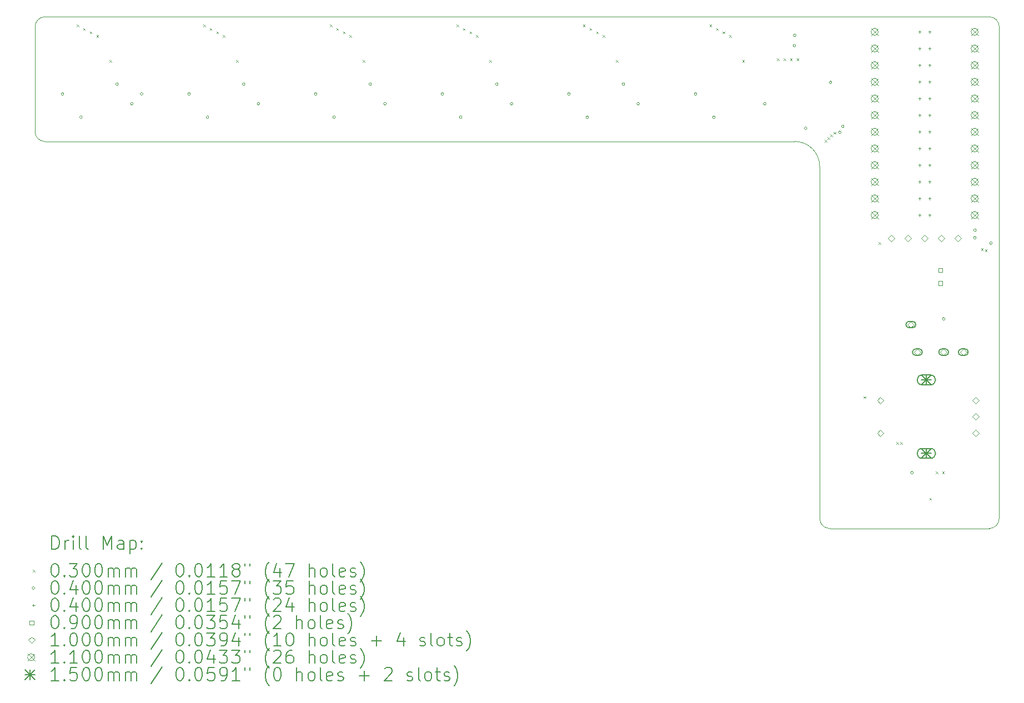
<source format=gbr>
%TF.GenerationSoftware,KiCad,Pcbnew,7.0.8*%
%TF.CreationDate,2023-10-17T17:25:20-07:00*%
%TF.ProjectId,Seismos_CoreL,53656973-6d6f-4735-9f43-6f72654c2e6b,rev?*%
%TF.SameCoordinates,Original*%
%TF.FileFunction,Drillmap*%
%TF.FilePolarity,Positive*%
%FSLAX45Y45*%
G04 Gerber Fmt 4.5, Leading zero omitted, Abs format (unit mm)*
G04 Created by KiCad (PCBNEW 7.0.8) date 2023-10-17 17:25:20*
%MOMM*%
%LPD*%
G01*
G04 APERTURE LIST*
%ADD10C,0.100000*%
%ADD11C,0.200000*%
%ADD12C,0.030000*%
%ADD13C,0.040000*%
%ADD14C,0.090000*%
%ADD15C,0.110000*%
%ADD16C,0.150000*%
G04 APERTURE END LIST*
D10*
X15113400Y-9800000D02*
X17550000Y-9800000D01*
X17700000Y-2150000D02*
G75*
G03*
X17550000Y-2000000I-150000J0D01*
G01*
X14963400Y-4281000D02*
X14963400Y-9650000D01*
X14963400Y-9650000D02*
G75*
G03*
X15113400Y-9800000I150000J0D01*
G01*
X3150000Y-3900000D02*
X14582400Y-3900000D01*
X3000000Y-3750000D02*
G75*
G03*
X3150000Y-3900000I150000J0D01*
G01*
X3150000Y-2000000D02*
G75*
G03*
X3000000Y-2150000I0J-150000D01*
G01*
X17700000Y-2150000D02*
X17700000Y-9650000D01*
X17550000Y-9800000D02*
G75*
G03*
X17700000Y-9650000I0J150000D01*
G01*
X14963400Y-4281000D02*
G75*
G03*
X14582400Y-3900000I-381000J0D01*
G01*
X17550000Y-2000000D02*
X3150000Y-2000000D01*
X3000000Y-2150000D02*
X3000000Y-3750000D01*
D11*
D12*
X3635000Y-2119000D02*
X3665000Y-2149000D01*
X3665000Y-2119000D02*
X3635000Y-2149000D01*
X3735000Y-2171650D02*
X3765000Y-2201650D01*
X3765000Y-2171650D02*
X3735000Y-2201650D01*
X3835000Y-2224300D02*
X3865000Y-2254300D01*
X3865000Y-2224300D02*
X3835000Y-2254300D01*
X3935000Y-2276950D02*
X3965000Y-2306950D01*
X3965000Y-2276950D02*
X3935000Y-2306950D01*
X4135000Y-2660000D02*
X4165000Y-2690000D01*
X4165000Y-2660000D02*
X4135000Y-2690000D01*
X5565000Y-2119000D02*
X5595000Y-2149000D01*
X5595000Y-2119000D02*
X5565000Y-2149000D01*
X5665000Y-2171650D02*
X5695000Y-2201650D01*
X5695000Y-2171650D02*
X5665000Y-2201650D01*
X5765000Y-2224300D02*
X5795000Y-2254300D01*
X5795000Y-2224300D02*
X5765000Y-2254300D01*
X5865000Y-2276950D02*
X5895000Y-2306950D01*
X5895000Y-2276950D02*
X5865000Y-2306950D01*
X6065000Y-2660000D02*
X6095000Y-2690000D01*
X6095000Y-2660000D02*
X6065000Y-2690000D01*
X7495000Y-2119000D02*
X7525000Y-2149000D01*
X7525000Y-2119000D02*
X7495000Y-2149000D01*
X7595000Y-2171650D02*
X7625000Y-2201650D01*
X7625000Y-2171650D02*
X7595000Y-2201650D01*
X7695000Y-2224300D02*
X7725000Y-2254300D01*
X7725000Y-2224300D02*
X7695000Y-2254300D01*
X7795000Y-2276950D02*
X7825000Y-2306950D01*
X7825000Y-2276950D02*
X7795000Y-2306950D01*
X7995000Y-2660000D02*
X8025000Y-2690000D01*
X8025000Y-2660000D02*
X7995000Y-2690000D01*
X9425000Y-2119000D02*
X9455000Y-2149000D01*
X9455000Y-2119000D02*
X9425000Y-2149000D01*
X9525000Y-2171650D02*
X9555000Y-2201650D01*
X9555000Y-2171650D02*
X9525000Y-2201650D01*
X9625000Y-2224300D02*
X9655000Y-2254300D01*
X9655000Y-2224300D02*
X9625000Y-2254300D01*
X9725000Y-2276950D02*
X9755000Y-2306950D01*
X9755000Y-2276950D02*
X9725000Y-2306950D01*
X9925000Y-2660000D02*
X9955000Y-2690000D01*
X9955000Y-2660000D02*
X9925000Y-2690000D01*
X11355000Y-2119000D02*
X11385000Y-2149000D01*
X11385000Y-2119000D02*
X11355000Y-2149000D01*
X11455000Y-2171650D02*
X11485000Y-2201650D01*
X11485000Y-2171650D02*
X11455000Y-2201650D01*
X11555000Y-2224300D02*
X11585000Y-2254300D01*
X11585000Y-2224300D02*
X11555000Y-2254300D01*
X11655000Y-2276950D02*
X11685000Y-2306950D01*
X11685000Y-2276950D02*
X11655000Y-2306950D01*
X11855000Y-2660000D02*
X11885000Y-2690000D01*
X11885000Y-2660000D02*
X11855000Y-2690000D01*
X13285000Y-2119000D02*
X13315000Y-2149000D01*
X13315000Y-2119000D02*
X13285000Y-2149000D01*
X13385000Y-2171650D02*
X13415000Y-2201650D01*
X13415000Y-2171650D02*
X13385000Y-2201650D01*
X13485000Y-2224300D02*
X13515000Y-2254300D01*
X13515000Y-2224300D02*
X13485000Y-2254300D01*
X13585000Y-2276950D02*
X13615000Y-2306950D01*
X13615000Y-2276950D02*
X13585000Y-2306950D01*
X13785000Y-2660000D02*
X13815000Y-2690000D01*
X13815000Y-2660000D02*
X13785000Y-2690000D01*
X14313400Y-2635350D02*
X14343400Y-2665350D01*
X14343400Y-2635350D02*
X14313400Y-2665350D01*
X14413350Y-2635350D02*
X14443350Y-2665350D01*
X14443350Y-2635350D02*
X14413350Y-2665350D01*
X14513301Y-2635350D02*
X14543301Y-2665350D01*
X14543301Y-2635350D02*
X14513301Y-2665350D01*
X14613251Y-2635350D02*
X14643251Y-2665350D01*
X14643251Y-2635350D02*
X14613251Y-2665350D01*
X15041574Y-3878515D02*
X15071574Y-3908515D01*
X15071574Y-3878515D02*
X15041574Y-3908515D01*
X15083749Y-3835909D02*
X15113749Y-3865909D01*
X15113749Y-3835909D02*
X15083749Y-3865909D01*
X15126789Y-3794177D02*
X15156789Y-3824177D01*
X15156789Y-3794177D02*
X15126789Y-3824177D01*
X15174437Y-3757794D02*
X15204437Y-3787794D01*
X15204437Y-3757794D02*
X15174437Y-3787794D01*
X15635000Y-7785000D02*
X15665000Y-7815000D01*
X15665000Y-7785000D02*
X15635000Y-7815000D01*
X15860000Y-5435000D02*
X15890000Y-5465000D01*
X15890000Y-5435000D02*
X15860000Y-5465000D01*
X16133950Y-8485000D02*
X16163950Y-8515000D01*
X16163950Y-8485000D02*
X16133950Y-8515000D01*
X16193901Y-8485000D02*
X16223901Y-8515000D01*
X16223901Y-8485000D02*
X16193901Y-8515000D01*
X16635000Y-9335000D02*
X16665000Y-9365000D01*
X16665000Y-9335000D02*
X16635000Y-9365000D01*
X16735000Y-8935000D02*
X16765000Y-8965000D01*
X16765000Y-8935000D02*
X16735000Y-8965000D01*
X16830050Y-8935000D02*
X16860050Y-8965000D01*
X16860050Y-8935000D02*
X16830050Y-8965000D01*
X17424256Y-5531285D02*
X17454256Y-5561285D01*
X17454256Y-5531285D02*
X17424256Y-5561285D01*
X17485000Y-5545000D02*
X17515000Y-5575000D01*
X17515000Y-5545000D02*
X17485000Y-5575000D01*
D13*
X3440190Y-3174930D02*
G75*
G03*
X3440190Y-3174930I-20000J0D01*
G01*
X3720000Y-3530000D02*
G75*
G03*
X3720000Y-3530000I-20000J0D01*
G01*
X4270000Y-3025000D02*
G75*
G03*
X4270000Y-3025000I-20000J0D01*
G01*
X4495000Y-3325000D02*
G75*
G03*
X4495000Y-3325000I-20000J0D01*
G01*
X4645000Y-3175000D02*
G75*
G03*
X4645000Y-3175000I-20000J0D01*
G01*
X5370190Y-3174930D02*
G75*
G03*
X5370190Y-3174930I-20000J0D01*
G01*
X5650000Y-3530000D02*
G75*
G03*
X5650000Y-3530000I-20000J0D01*
G01*
X6200000Y-3025000D02*
G75*
G03*
X6200000Y-3025000I-20000J0D01*
G01*
X6425000Y-3325000D02*
G75*
G03*
X6425000Y-3325000I-20000J0D01*
G01*
X7300190Y-3174930D02*
G75*
G03*
X7300190Y-3174930I-20000J0D01*
G01*
X7580000Y-3530000D02*
G75*
G03*
X7580000Y-3530000I-20000J0D01*
G01*
X8130000Y-3025000D02*
G75*
G03*
X8130000Y-3025000I-20000J0D01*
G01*
X8355000Y-3325000D02*
G75*
G03*
X8355000Y-3325000I-20000J0D01*
G01*
X9230190Y-3174930D02*
G75*
G03*
X9230190Y-3174930I-20000J0D01*
G01*
X9510000Y-3530000D02*
G75*
G03*
X9510000Y-3530000I-20000J0D01*
G01*
X10060000Y-3025000D02*
G75*
G03*
X10060000Y-3025000I-20000J0D01*
G01*
X10285000Y-3325000D02*
G75*
G03*
X10285000Y-3325000I-20000J0D01*
G01*
X11160190Y-3174930D02*
G75*
G03*
X11160190Y-3174930I-20000J0D01*
G01*
X11440000Y-3530000D02*
G75*
G03*
X11440000Y-3530000I-20000J0D01*
G01*
X11990000Y-3025000D02*
G75*
G03*
X11990000Y-3025000I-20000J0D01*
G01*
X12215000Y-3325000D02*
G75*
G03*
X12215000Y-3325000I-20000J0D01*
G01*
X13090190Y-3174930D02*
G75*
G03*
X13090190Y-3174930I-20000J0D01*
G01*
X13370000Y-3530000D02*
G75*
G03*
X13370000Y-3530000I-20000J0D01*
G01*
X14145000Y-3325000D02*
G75*
G03*
X14145000Y-3325000I-20000J0D01*
G01*
X14597500Y-2437500D02*
G75*
G03*
X14597500Y-2437500I-20000J0D01*
G01*
X14602400Y-2279400D02*
G75*
G03*
X14602400Y-2279400I-20000J0D01*
G01*
X14770000Y-3700000D02*
G75*
G03*
X14770000Y-3700000I-20000J0D01*
G01*
X15150000Y-2997500D02*
G75*
G03*
X15150000Y-2997500I-20000J0D01*
G01*
X15289850Y-3759300D02*
G75*
G03*
X15289850Y-3759300I-20000J0D01*
G01*
X15335250Y-3670281D02*
G75*
G03*
X15335250Y-3670281I-20000J0D01*
G01*
X16390000Y-8950000D02*
G75*
G03*
X16390000Y-8950000I-20000J0D01*
G01*
X16873000Y-6604700D02*
G75*
G03*
X16873000Y-6604700I-20000J0D01*
G01*
X17347647Y-5367647D02*
G75*
G03*
X17347647Y-5367647I-20000J0D01*
G01*
X17350950Y-5252550D02*
G75*
G03*
X17350950Y-5252550I-20000J0D01*
G01*
X17592650Y-5450000D02*
G75*
G03*
X17592650Y-5450000I-20000J0D01*
G01*
X16487400Y-2208600D02*
X16487400Y-2248600D01*
X16467400Y-2228600D02*
X16507400Y-2228600D01*
X16487400Y-2462600D02*
X16487400Y-2502600D01*
X16467400Y-2482600D02*
X16507400Y-2482600D01*
X16487400Y-2716600D02*
X16487400Y-2756600D01*
X16467400Y-2736600D02*
X16507400Y-2736600D01*
X16487400Y-2970600D02*
X16487400Y-3010600D01*
X16467400Y-2990600D02*
X16507400Y-2990600D01*
X16487400Y-3224600D02*
X16487400Y-3264600D01*
X16467400Y-3244600D02*
X16507400Y-3244600D01*
X16487400Y-3478600D02*
X16487400Y-3518600D01*
X16467400Y-3498600D02*
X16507400Y-3498600D01*
X16487400Y-3732600D02*
X16487400Y-3772600D01*
X16467400Y-3752600D02*
X16507400Y-3752600D01*
X16487400Y-3986600D02*
X16487400Y-4026600D01*
X16467400Y-4006600D02*
X16507400Y-4006600D01*
X16487400Y-4240600D02*
X16487400Y-4280600D01*
X16467400Y-4260600D02*
X16507400Y-4260600D01*
X16487400Y-4494600D02*
X16487400Y-4534600D01*
X16467400Y-4514600D02*
X16507400Y-4514600D01*
X16487400Y-4748600D02*
X16487400Y-4788600D01*
X16467400Y-4768600D02*
X16507400Y-4768600D01*
X16487400Y-5002600D02*
X16487400Y-5042600D01*
X16467400Y-5022600D02*
X16507400Y-5022600D01*
X16639800Y-2208600D02*
X16639800Y-2248600D01*
X16619800Y-2228600D02*
X16659800Y-2228600D01*
X16639800Y-2462600D02*
X16639800Y-2502600D01*
X16619800Y-2482600D02*
X16659800Y-2482600D01*
X16639800Y-2716600D02*
X16639800Y-2756600D01*
X16619800Y-2736600D02*
X16659800Y-2736600D01*
X16639800Y-2970600D02*
X16639800Y-3010600D01*
X16619800Y-2990600D02*
X16659800Y-2990600D01*
X16639800Y-3224600D02*
X16639800Y-3264600D01*
X16619800Y-3244600D02*
X16659800Y-3244600D01*
X16639800Y-3478600D02*
X16639800Y-3518600D01*
X16619800Y-3498600D02*
X16659800Y-3498600D01*
X16639800Y-3732600D02*
X16639800Y-3772600D01*
X16619800Y-3752600D02*
X16659800Y-3752600D01*
X16639800Y-3986600D02*
X16639800Y-4026600D01*
X16619800Y-4006600D02*
X16659800Y-4006600D01*
X16639800Y-4240600D02*
X16639800Y-4280600D01*
X16619800Y-4260600D02*
X16659800Y-4260600D01*
X16639800Y-4494600D02*
X16639800Y-4534600D01*
X16619800Y-4514600D02*
X16659800Y-4514600D01*
X16639800Y-4748600D02*
X16639800Y-4788600D01*
X16619800Y-4768600D02*
X16659800Y-4768600D01*
X16639800Y-5002600D02*
X16639800Y-5042600D01*
X16619800Y-5022600D02*
X16659800Y-5022600D01*
D14*
X16836870Y-5895020D02*
X16836870Y-5831380D01*
X16773230Y-5831380D01*
X16773230Y-5895020D01*
X16836870Y-5895020D01*
X16836870Y-6095020D02*
X16836870Y-6031380D01*
X16773230Y-6031380D01*
X16773230Y-6095020D01*
X16836870Y-6095020D01*
D10*
X15889000Y-7896000D02*
X15939000Y-7846000D01*
X15889000Y-7796000D01*
X15839000Y-7846000D01*
X15889000Y-7896000D01*
X15889000Y-8396000D02*
X15939000Y-8346000D01*
X15889000Y-8296000D01*
X15839000Y-8346000D01*
X15889000Y-8396000D01*
X16055600Y-5426600D02*
X16105600Y-5376600D01*
X16055600Y-5326600D01*
X16005600Y-5376600D01*
X16055600Y-5426600D01*
X16309600Y-5426600D02*
X16359600Y-5376600D01*
X16309600Y-5326600D01*
X16259600Y-5376600D01*
X16309600Y-5426600D01*
X16353000Y-6742500D02*
X16403000Y-6692500D01*
X16353000Y-6642500D01*
X16303000Y-6692500D01*
X16353000Y-6742500D01*
D11*
X16378000Y-6642500D02*
X16328000Y-6642500D01*
X16328000Y-6642500D02*
G75*
G03*
X16328000Y-6742500I0J-50000D01*
G01*
X16328000Y-6742500D02*
X16378000Y-6742500D01*
X16378000Y-6742500D02*
G75*
G03*
X16378000Y-6642500I0J50000D01*
G01*
D10*
X16453000Y-7162500D02*
X16503000Y-7112500D01*
X16453000Y-7062500D01*
X16403000Y-7112500D01*
X16453000Y-7162500D01*
D11*
X16478000Y-7062500D02*
X16428000Y-7062500D01*
X16428000Y-7062500D02*
G75*
G03*
X16428000Y-7162500I0J-50000D01*
G01*
X16428000Y-7162500D02*
X16478000Y-7162500D01*
X16478000Y-7162500D02*
G75*
G03*
X16478000Y-7062500I0J50000D01*
G01*
D10*
X16563600Y-5426600D02*
X16613600Y-5376600D01*
X16563600Y-5326600D01*
X16513600Y-5376600D01*
X16563600Y-5426600D01*
X16817600Y-5426600D02*
X16867600Y-5376600D01*
X16817600Y-5326600D01*
X16767600Y-5376600D01*
X16817600Y-5426600D01*
X16853000Y-7162500D02*
X16903000Y-7112500D01*
X16853000Y-7062500D01*
X16803000Y-7112500D01*
X16853000Y-7162500D01*
D11*
X16878000Y-7062500D02*
X16828000Y-7062500D01*
X16828000Y-7062500D02*
G75*
G03*
X16828000Y-7162500I0J-50000D01*
G01*
X16828000Y-7162500D02*
X16878000Y-7162500D01*
X16878000Y-7162500D02*
G75*
G03*
X16878000Y-7062500I0J50000D01*
G01*
D10*
X17071600Y-5426600D02*
X17121600Y-5376600D01*
X17071600Y-5326600D01*
X17021600Y-5376600D01*
X17071600Y-5426600D01*
X17153000Y-7162500D02*
X17203000Y-7112500D01*
X17153000Y-7062500D01*
X17103000Y-7112500D01*
X17153000Y-7162500D01*
D11*
X17178000Y-7062500D02*
X17128000Y-7062500D01*
X17128000Y-7062500D02*
G75*
G03*
X17128000Y-7162500I0J-50000D01*
G01*
X17128000Y-7162500D02*
X17178000Y-7162500D01*
X17178000Y-7162500D02*
G75*
G03*
X17178000Y-7062500I0J50000D01*
G01*
D10*
X17339000Y-7896000D02*
X17389000Y-7846000D01*
X17339000Y-7796000D01*
X17289000Y-7846000D01*
X17339000Y-7896000D01*
X17339000Y-8146000D02*
X17389000Y-8096000D01*
X17339000Y-8046000D01*
X17289000Y-8096000D01*
X17339000Y-8146000D01*
X17339000Y-8396000D02*
X17389000Y-8346000D01*
X17339000Y-8296000D01*
X17289000Y-8346000D01*
X17339000Y-8396000D01*
D15*
X15746600Y-2173600D02*
X15856600Y-2283600D01*
X15856600Y-2173600D02*
X15746600Y-2283600D01*
X15856600Y-2228600D02*
G75*
G03*
X15856600Y-2228600I-55000J0D01*
G01*
X15746600Y-2173600D02*
X15856600Y-2283600D01*
X15856600Y-2173600D02*
X15746600Y-2283600D01*
X15856600Y-2228600D02*
G75*
G03*
X15856600Y-2228600I-55000J0D01*
G01*
X15746600Y-2427600D02*
X15856600Y-2537600D01*
X15856600Y-2427600D02*
X15746600Y-2537600D01*
X15856600Y-2482600D02*
G75*
G03*
X15856600Y-2482600I-55000J0D01*
G01*
X15746600Y-2681600D02*
X15856600Y-2791600D01*
X15856600Y-2681600D02*
X15746600Y-2791600D01*
X15856600Y-2736600D02*
G75*
G03*
X15856600Y-2736600I-55000J0D01*
G01*
X15746600Y-2935600D02*
X15856600Y-3045600D01*
X15856600Y-2935600D02*
X15746600Y-3045600D01*
X15856600Y-2990600D02*
G75*
G03*
X15856600Y-2990600I-55000J0D01*
G01*
X15746600Y-3189600D02*
X15856600Y-3299600D01*
X15856600Y-3189600D02*
X15746600Y-3299600D01*
X15856600Y-3244600D02*
G75*
G03*
X15856600Y-3244600I-55000J0D01*
G01*
X15746600Y-3443600D02*
X15856600Y-3553600D01*
X15856600Y-3443600D02*
X15746600Y-3553600D01*
X15856600Y-3498600D02*
G75*
G03*
X15856600Y-3498600I-55000J0D01*
G01*
X15746600Y-3697600D02*
X15856600Y-3807600D01*
X15856600Y-3697600D02*
X15746600Y-3807600D01*
X15856600Y-3752600D02*
G75*
G03*
X15856600Y-3752600I-55000J0D01*
G01*
X15746600Y-3951600D02*
X15856600Y-4061600D01*
X15856600Y-3951600D02*
X15746600Y-4061600D01*
X15856600Y-4006600D02*
G75*
G03*
X15856600Y-4006600I-55000J0D01*
G01*
X15746600Y-4205600D02*
X15856600Y-4315600D01*
X15856600Y-4205600D02*
X15746600Y-4315600D01*
X15856600Y-4260600D02*
G75*
G03*
X15856600Y-4260600I-55000J0D01*
G01*
X15746600Y-4459600D02*
X15856600Y-4569600D01*
X15856600Y-4459600D02*
X15746600Y-4569600D01*
X15856600Y-4514600D02*
G75*
G03*
X15856600Y-4514600I-55000J0D01*
G01*
X15746600Y-4713600D02*
X15856600Y-4823600D01*
X15856600Y-4713600D02*
X15746600Y-4823600D01*
X15856600Y-4768600D02*
G75*
G03*
X15856600Y-4768600I-55000J0D01*
G01*
X15746600Y-4967600D02*
X15856600Y-5077600D01*
X15856600Y-4967600D02*
X15746600Y-5077600D01*
X15856600Y-5022600D02*
G75*
G03*
X15856600Y-5022600I-55000J0D01*
G01*
X17270600Y-2173600D02*
X17380600Y-2283600D01*
X17380600Y-2173600D02*
X17270600Y-2283600D01*
X17380600Y-2228600D02*
G75*
G03*
X17380600Y-2228600I-55000J0D01*
G01*
X17270600Y-2173600D02*
X17380600Y-2283600D01*
X17380600Y-2173600D02*
X17270600Y-2283600D01*
X17380600Y-2228600D02*
G75*
G03*
X17380600Y-2228600I-55000J0D01*
G01*
X17270600Y-2427600D02*
X17380600Y-2537600D01*
X17380600Y-2427600D02*
X17270600Y-2537600D01*
X17380600Y-2482600D02*
G75*
G03*
X17380600Y-2482600I-55000J0D01*
G01*
X17270600Y-2681600D02*
X17380600Y-2791600D01*
X17380600Y-2681600D02*
X17270600Y-2791600D01*
X17380600Y-2736600D02*
G75*
G03*
X17380600Y-2736600I-55000J0D01*
G01*
X17270600Y-2935600D02*
X17380600Y-3045600D01*
X17380600Y-2935600D02*
X17270600Y-3045600D01*
X17380600Y-2990600D02*
G75*
G03*
X17380600Y-2990600I-55000J0D01*
G01*
X17270600Y-3189600D02*
X17380600Y-3299600D01*
X17380600Y-3189600D02*
X17270600Y-3299600D01*
X17380600Y-3244600D02*
G75*
G03*
X17380600Y-3244600I-55000J0D01*
G01*
X17270600Y-3443600D02*
X17380600Y-3553600D01*
X17380600Y-3443600D02*
X17270600Y-3553600D01*
X17380600Y-3498600D02*
G75*
G03*
X17380600Y-3498600I-55000J0D01*
G01*
X17270600Y-3697600D02*
X17380600Y-3807600D01*
X17380600Y-3697600D02*
X17270600Y-3807600D01*
X17380600Y-3752600D02*
G75*
G03*
X17380600Y-3752600I-55000J0D01*
G01*
X17270600Y-3951600D02*
X17380600Y-4061600D01*
X17380600Y-3951600D02*
X17270600Y-4061600D01*
X17380600Y-4006600D02*
G75*
G03*
X17380600Y-4006600I-55000J0D01*
G01*
X17270600Y-4205600D02*
X17380600Y-4315600D01*
X17380600Y-4205600D02*
X17270600Y-4315600D01*
X17380600Y-4260600D02*
G75*
G03*
X17380600Y-4260600I-55000J0D01*
G01*
X17270600Y-4459600D02*
X17380600Y-4569600D01*
X17380600Y-4459600D02*
X17270600Y-4569600D01*
X17380600Y-4514600D02*
G75*
G03*
X17380600Y-4514600I-55000J0D01*
G01*
X17270600Y-4713600D02*
X17380600Y-4823600D01*
X17380600Y-4713600D02*
X17270600Y-4823600D01*
X17380600Y-4768600D02*
G75*
G03*
X17380600Y-4768600I-55000J0D01*
G01*
X17270600Y-4967600D02*
X17380600Y-5077600D01*
X17380600Y-4967600D02*
X17270600Y-5077600D01*
X17380600Y-5022600D02*
G75*
G03*
X17380600Y-5022600I-55000J0D01*
G01*
D16*
X16514000Y-7461000D02*
X16664000Y-7611000D01*
X16664000Y-7461000D02*
X16514000Y-7611000D01*
X16589000Y-7461000D02*
X16589000Y-7611000D01*
X16514000Y-7536000D02*
X16664000Y-7536000D01*
D11*
X16654000Y-7461000D02*
X16524000Y-7461000D01*
X16524000Y-7461000D02*
G75*
G03*
X16524000Y-7611000I0J-75000D01*
G01*
X16524000Y-7611000D02*
X16654000Y-7611000D01*
X16654000Y-7611000D02*
G75*
G03*
X16654000Y-7461000I0J75000D01*
G01*
D16*
X16514000Y-8581000D02*
X16664000Y-8731000D01*
X16664000Y-8581000D02*
X16514000Y-8731000D01*
X16589000Y-8581000D02*
X16589000Y-8731000D01*
X16514000Y-8656000D02*
X16664000Y-8656000D01*
D11*
X16654000Y-8581000D02*
X16524000Y-8581000D01*
X16524000Y-8581000D02*
G75*
G03*
X16524000Y-8731000I0J-75000D01*
G01*
X16524000Y-8731000D02*
X16654000Y-8731000D01*
X16654000Y-8731000D02*
G75*
G03*
X16654000Y-8581000I0J75000D01*
G01*
X3255777Y-10116484D02*
X3255777Y-9916484D01*
X3255777Y-9916484D02*
X3303396Y-9916484D01*
X3303396Y-9916484D02*
X3331967Y-9926008D01*
X3331967Y-9926008D02*
X3351015Y-9945055D01*
X3351015Y-9945055D02*
X3360539Y-9964103D01*
X3360539Y-9964103D02*
X3370062Y-10002198D01*
X3370062Y-10002198D02*
X3370062Y-10030770D01*
X3370062Y-10030770D02*
X3360539Y-10068865D01*
X3360539Y-10068865D02*
X3351015Y-10087912D01*
X3351015Y-10087912D02*
X3331967Y-10106960D01*
X3331967Y-10106960D02*
X3303396Y-10116484D01*
X3303396Y-10116484D02*
X3255777Y-10116484D01*
X3455777Y-10116484D02*
X3455777Y-9983150D01*
X3455777Y-10021246D02*
X3465301Y-10002198D01*
X3465301Y-10002198D02*
X3474824Y-9992674D01*
X3474824Y-9992674D02*
X3493872Y-9983150D01*
X3493872Y-9983150D02*
X3512920Y-9983150D01*
X3579586Y-10116484D02*
X3579586Y-9983150D01*
X3579586Y-9916484D02*
X3570062Y-9926008D01*
X3570062Y-9926008D02*
X3579586Y-9935531D01*
X3579586Y-9935531D02*
X3589110Y-9926008D01*
X3589110Y-9926008D02*
X3579586Y-9916484D01*
X3579586Y-9916484D02*
X3579586Y-9935531D01*
X3703396Y-10116484D02*
X3684348Y-10106960D01*
X3684348Y-10106960D02*
X3674824Y-10087912D01*
X3674824Y-10087912D02*
X3674824Y-9916484D01*
X3808158Y-10116484D02*
X3789110Y-10106960D01*
X3789110Y-10106960D02*
X3779586Y-10087912D01*
X3779586Y-10087912D02*
X3779586Y-9916484D01*
X4036729Y-10116484D02*
X4036729Y-9916484D01*
X4036729Y-9916484D02*
X4103396Y-10059341D01*
X4103396Y-10059341D02*
X4170062Y-9916484D01*
X4170062Y-9916484D02*
X4170062Y-10116484D01*
X4351015Y-10116484D02*
X4351015Y-10011722D01*
X4351015Y-10011722D02*
X4341491Y-9992674D01*
X4341491Y-9992674D02*
X4322444Y-9983150D01*
X4322444Y-9983150D02*
X4284348Y-9983150D01*
X4284348Y-9983150D02*
X4265301Y-9992674D01*
X4351015Y-10106960D02*
X4331967Y-10116484D01*
X4331967Y-10116484D02*
X4284348Y-10116484D01*
X4284348Y-10116484D02*
X4265301Y-10106960D01*
X4265301Y-10106960D02*
X4255777Y-10087912D01*
X4255777Y-10087912D02*
X4255777Y-10068865D01*
X4255777Y-10068865D02*
X4265301Y-10049817D01*
X4265301Y-10049817D02*
X4284348Y-10040293D01*
X4284348Y-10040293D02*
X4331967Y-10040293D01*
X4331967Y-10040293D02*
X4351015Y-10030770D01*
X4446253Y-9983150D02*
X4446253Y-10183150D01*
X4446253Y-9992674D02*
X4465301Y-9983150D01*
X4465301Y-9983150D02*
X4503396Y-9983150D01*
X4503396Y-9983150D02*
X4522444Y-9992674D01*
X4522444Y-9992674D02*
X4531967Y-10002198D01*
X4531967Y-10002198D02*
X4541491Y-10021246D01*
X4541491Y-10021246D02*
X4541491Y-10078389D01*
X4541491Y-10078389D02*
X4531967Y-10097436D01*
X4531967Y-10097436D02*
X4522444Y-10106960D01*
X4522444Y-10106960D02*
X4503396Y-10116484D01*
X4503396Y-10116484D02*
X4465301Y-10116484D01*
X4465301Y-10116484D02*
X4446253Y-10106960D01*
X4627205Y-10097436D02*
X4636729Y-10106960D01*
X4636729Y-10106960D02*
X4627205Y-10116484D01*
X4627205Y-10116484D02*
X4617682Y-10106960D01*
X4617682Y-10106960D02*
X4627205Y-10097436D01*
X4627205Y-10097436D02*
X4627205Y-10116484D01*
X4627205Y-9992674D02*
X4636729Y-10002198D01*
X4636729Y-10002198D02*
X4627205Y-10011722D01*
X4627205Y-10011722D02*
X4617682Y-10002198D01*
X4617682Y-10002198D02*
X4627205Y-9992674D01*
X4627205Y-9992674D02*
X4627205Y-10011722D01*
D12*
X2965000Y-10430000D02*
X2995000Y-10460000D01*
X2995000Y-10430000D02*
X2965000Y-10460000D01*
D11*
X3293872Y-10336484D02*
X3312920Y-10336484D01*
X3312920Y-10336484D02*
X3331967Y-10346008D01*
X3331967Y-10346008D02*
X3341491Y-10355531D01*
X3341491Y-10355531D02*
X3351015Y-10374579D01*
X3351015Y-10374579D02*
X3360539Y-10412674D01*
X3360539Y-10412674D02*
X3360539Y-10460293D01*
X3360539Y-10460293D02*
X3351015Y-10498389D01*
X3351015Y-10498389D02*
X3341491Y-10517436D01*
X3341491Y-10517436D02*
X3331967Y-10526960D01*
X3331967Y-10526960D02*
X3312920Y-10536484D01*
X3312920Y-10536484D02*
X3293872Y-10536484D01*
X3293872Y-10536484D02*
X3274824Y-10526960D01*
X3274824Y-10526960D02*
X3265301Y-10517436D01*
X3265301Y-10517436D02*
X3255777Y-10498389D01*
X3255777Y-10498389D02*
X3246253Y-10460293D01*
X3246253Y-10460293D02*
X3246253Y-10412674D01*
X3246253Y-10412674D02*
X3255777Y-10374579D01*
X3255777Y-10374579D02*
X3265301Y-10355531D01*
X3265301Y-10355531D02*
X3274824Y-10346008D01*
X3274824Y-10346008D02*
X3293872Y-10336484D01*
X3446253Y-10517436D02*
X3455777Y-10526960D01*
X3455777Y-10526960D02*
X3446253Y-10536484D01*
X3446253Y-10536484D02*
X3436729Y-10526960D01*
X3436729Y-10526960D02*
X3446253Y-10517436D01*
X3446253Y-10517436D02*
X3446253Y-10536484D01*
X3522443Y-10336484D02*
X3646253Y-10336484D01*
X3646253Y-10336484D02*
X3579586Y-10412674D01*
X3579586Y-10412674D02*
X3608158Y-10412674D01*
X3608158Y-10412674D02*
X3627205Y-10422198D01*
X3627205Y-10422198D02*
X3636729Y-10431722D01*
X3636729Y-10431722D02*
X3646253Y-10450770D01*
X3646253Y-10450770D02*
X3646253Y-10498389D01*
X3646253Y-10498389D02*
X3636729Y-10517436D01*
X3636729Y-10517436D02*
X3627205Y-10526960D01*
X3627205Y-10526960D02*
X3608158Y-10536484D01*
X3608158Y-10536484D02*
X3551015Y-10536484D01*
X3551015Y-10536484D02*
X3531967Y-10526960D01*
X3531967Y-10526960D02*
X3522443Y-10517436D01*
X3770062Y-10336484D02*
X3789110Y-10336484D01*
X3789110Y-10336484D02*
X3808158Y-10346008D01*
X3808158Y-10346008D02*
X3817682Y-10355531D01*
X3817682Y-10355531D02*
X3827205Y-10374579D01*
X3827205Y-10374579D02*
X3836729Y-10412674D01*
X3836729Y-10412674D02*
X3836729Y-10460293D01*
X3836729Y-10460293D02*
X3827205Y-10498389D01*
X3827205Y-10498389D02*
X3817682Y-10517436D01*
X3817682Y-10517436D02*
X3808158Y-10526960D01*
X3808158Y-10526960D02*
X3789110Y-10536484D01*
X3789110Y-10536484D02*
X3770062Y-10536484D01*
X3770062Y-10536484D02*
X3751015Y-10526960D01*
X3751015Y-10526960D02*
X3741491Y-10517436D01*
X3741491Y-10517436D02*
X3731967Y-10498389D01*
X3731967Y-10498389D02*
X3722443Y-10460293D01*
X3722443Y-10460293D02*
X3722443Y-10412674D01*
X3722443Y-10412674D02*
X3731967Y-10374579D01*
X3731967Y-10374579D02*
X3741491Y-10355531D01*
X3741491Y-10355531D02*
X3751015Y-10346008D01*
X3751015Y-10346008D02*
X3770062Y-10336484D01*
X3960539Y-10336484D02*
X3979586Y-10336484D01*
X3979586Y-10336484D02*
X3998634Y-10346008D01*
X3998634Y-10346008D02*
X4008158Y-10355531D01*
X4008158Y-10355531D02*
X4017682Y-10374579D01*
X4017682Y-10374579D02*
X4027205Y-10412674D01*
X4027205Y-10412674D02*
X4027205Y-10460293D01*
X4027205Y-10460293D02*
X4017682Y-10498389D01*
X4017682Y-10498389D02*
X4008158Y-10517436D01*
X4008158Y-10517436D02*
X3998634Y-10526960D01*
X3998634Y-10526960D02*
X3979586Y-10536484D01*
X3979586Y-10536484D02*
X3960539Y-10536484D01*
X3960539Y-10536484D02*
X3941491Y-10526960D01*
X3941491Y-10526960D02*
X3931967Y-10517436D01*
X3931967Y-10517436D02*
X3922443Y-10498389D01*
X3922443Y-10498389D02*
X3912920Y-10460293D01*
X3912920Y-10460293D02*
X3912920Y-10412674D01*
X3912920Y-10412674D02*
X3922443Y-10374579D01*
X3922443Y-10374579D02*
X3931967Y-10355531D01*
X3931967Y-10355531D02*
X3941491Y-10346008D01*
X3941491Y-10346008D02*
X3960539Y-10336484D01*
X4112920Y-10536484D02*
X4112920Y-10403150D01*
X4112920Y-10422198D02*
X4122443Y-10412674D01*
X4122443Y-10412674D02*
X4141491Y-10403150D01*
X4141491Y-10403150D02*
X4170063Y-10403150D01*
X4170063Y-10403150D02*
X4189110Y-10412674D01*
X4189110Y-10412674D02*
X4198634Y-10431722D01*
X4198634Y-10431722D02*
X4198634Y-10536484D01*
X4198634Y-10431722D02*
X4208158Y-10412674D01*
X4208158Y-10412674D02*
X4227205Y-10403150D01*
X4227205Y-10403150D02*
X4255777Y-10403150D01*
X4255777Y-10403150D02*
X4274825Y-10412674D01*
X4274825Y-10412674D02*
X4284348Y-10431722D01*
X4284348Y-10431722D02*
X4284348Y-10536484D01*
X4379586Y-10536484D02*
X4379586Y-10403150D01*
X4379586Y-10422198D02*
X4389110Y-10412674D01*
X4389110Y-10412674D02*
X4408158Y-10403150D01*
X4408158Y-10403150D02*
X4436729Y-10403150D01*
X4436729Y-10403150D02*
X4455777Y-10412674D01*
X4455777Y-10412674D02*
X4465301Y-10431722D01*
X4465301Y-10431722D02*
X4465301Y-10536484D01*
X4465301Y-10431722D02*
X4474825Y-10412674D01*
X4474825Y-10412674D02*
X4493872Y-10403150D01*
X4493872Y-10403150D02*
X4522444Y-10403150D01*
X4522444Y-10403150D02*
X4541491Y-10412674D01*
X4541491Y-10412674D02*
X4551015Y-10431722D01*
X4551015Y-10431722D02*
X4551015Y-10536484D01*
X4941491Y-10326960D02*
X4770063Y-10584103D01*
X5198634Y-10336484D02*
X5217682Y-10336484D01*
X5217682Y-10336484D02*
X5236729Y-10346008D01*
X5236729Y-10346008D02*
X5246253Y-10355531D01*
X5246253Y-10355531D02*
X5255777Y-10374579D01*
X5255777Y-10374579D02*
X5265301Y-10412674D01*
X5265301Y-10412674D02*
X5265301Y-10460293D01*
X5265301Y-10460293D02*
X5255777Y-10498389D01*
X5255777Y-10498389D02*
X5246253Y-10517436D01*
X5246253Y-10517436D02*
X5236729Y-10526960D01*
X5236729Y-10526960D02*
X5217682Y-10536484D01*
X5217682Y-10536484D02*
X5198634Y-10536484D01*
X5198634Y-10536484D02*
X5179587Y-10526960D01*
X5179587Y-10526960D02*
X5170063Y-10517436D01*
X5170063Y-10517436D02*
X5160539Y-10498389D01*
X5160539Y-10498389D02*
X5151015Y-10460293D01*
X5151015Y-10460293D02*
X5151015Y-10412674D01*
X5151015Y-10412674D02*
X5160539Y-10374579D01*
X5160539Y-10374579D02*
X5170063Y-10355531D01*
X5170063Y-10355531D02*
X5179587Y-10346008D01*
X5179587Y-10346008D02*
X5198634Y-10336484D01*
X5351015Y-10517436D02*
X5360539Y-10526960D01*
X5360539Y-10526960D02*
X5351015Y-10536484D01*
X5351015Y-10536484D02*
X5341491Y-10526960D01*
X5341491Y-10526960D02*
X5351015Y-10517436D01*
X5351015Y-10517436D02*
X5351015Y-10536484D01*
X5484348Y-10336484D02*
X5503396Y-10336484D01*
X5503396Y-10336484D02*
X5522444Y-10346008D01*
X5522444Y-10346008D02*
X5531968Y-10355531D01*
X5531968Y-10355531D02*
X5541491Y-10374579D01*
X5541491Y-10374579D02*
X5551015Y-10412674D01*
X5551015Y-10412674D02*
X5551015Y-10460293D01*
X5551015Y-10460293D02*
X5541491Y-10498389D01*
X5541491Y-10498389D02*
X5531968Y-10517436D01*
X5531968Y-10517436D02*
X5522444Y-10526960D01*
X5522444Y-10526960D02*
X5503396Y-10536484D01*
X5503396Y-10536484D02*
X5484348Y-10536484D01*
X5484348Y-10536484D02*
X5465301Y-10526960D01*
X5465301Y-10526960D02*
X5455777Y-10517436D01*
X5455777Y-10517436D02*
X5446253Y-10498389D01*
X5446253Y-10498389D02*
X5436729Y-10460293D01*
X5436729Y-10460293D02*
X5436729Y-10412674D01*
X5436729Y-10412674D02*
X5446253Y-10374579D01*
X5446253Y-10374579D02*
X5455777Y-10355531D01*
X5455777Y-10355531D02*
X5465301Y-10346008D01*
X5465301Y-10346008D02*
X5484348Y-10336484D01*
X5741491Y-10536484D02*
X5627206Y-10536484D01*
X5684348Y-10536484D02*
X5684348Y-10336484D01*
X5684348Y-10336484D02*
X5665301Y-10365055D01*
X5665301Y-10365055D02*
X5646253Y-10384103D01*
X5646253Y-10384103D02*
X5627206Y-10393627D01*
X5931967Y-10536484D02*
X5817682Y-10536484D01*
X5874825Y-10536484D02*
X5874825Y-10336484D01*
X5874825Y-10336484D02*
X5855777Y-10365055D01*
X5855777Y-10365055D02*
X5836729Y-10384103D01*
X5836729Y-10384103D02*
X5817682Y-10393627D01*
X6046253Y-10422198D02*
X6027206Y-10412674D01*
X6027206Y-10412674D02*
X6017682Y-10403150D01*
X6017682Y-10403150D02*
X6008158Y-10384103D01*
X6008158Y-10384103D02*
X6008158Y-10374579D01*
X6008158Y-10374579D02*
X6017682Y-10355531D01*
X6017682Y-10355531D02*
X6027206Y-10346008D01*
X6027206Y-10346008D02*
X6046253Y-10336484D01*
X6046253Y-10336484D02*
X6084348Y-10336484D01*
X6084348Y-10336484D02*
X6103396Y-10346008D01*
X6103396Y-10346008D02*
X6112920Y-10355531D01*
X6112920Y-10355531D02*
X6122444Y-10374579D01*
X6122444Y-10374579D02*
X6122444Y-10384103D01*
X6122444Y-10384103D02*
X6112920Y-10403150D01*
X6112920Y-10403150D02*
X6103396Y-10412674D01*
X6103396Y-10412674D02*
X6084348Y-10422198D01*
X6084348Y-10422198D02*
X6046253Y-10422198D01*
X6046253Y-10422198D02*
X6027206Y-10431722D01*
X6027206Y-10431722D02*
X6017682Y-10441246D01*
X6017682Y-10441246D02*
X6008158Y-10460293D01*
X6008158Y-10460293D02*
X6008158Y-10498389D01*
X6008158Y-10498389D02*
X6017682Y-10517436D01*
X6017682Y-10517436D02*
X6027206Y-10526960D01*
X6027206Y-10526960D02*
X6046253Y-10536484D01*
X6046253Y-10536484D02*
X6084348Y-10536484D01*
X6084348Y-10536484D02*
X6103396Y-10526960D01*
X6103396Y-10526960D02*
X6112920Y-10517436D01*
X6112920Y-10517436D02*
X6122444Y-10498389D01*
X6122444Y-10498389D02*
X6122444Y-10460293D01*
X6122444Y-10460293D02*
X6112920Y-10441246D01*
X6112920Y-10441246D02*
X6103396Y-10431722D01*
X6103396Y-10431722D02*
X6084348Y-10422198D01*
X6198634Y-10336484D02*
X6198634Y-10374579D01*
X6274825Y-10336484D02*
X6274825Y-10374579D01*
X6570063Y-10612674D02*
X6560539Y-10603150D01*
X6560539Y-10603150D02*
X6541491Y-10574579D01*
X6541491Y-10574579D02*
X6531968Y-10555531D01*
X6531968Y-10555531D02*
X6522444Y-10526960D01*
X6522444Y-10526960D02*
X6512920Y-10479341D01*
X6512920Y-10479341D02*
X6512920Y-10441246D01*
X6512920Y-10441246D02*
X6522444Y-10393627D01*
X6522444Y-10393627D02*
X6531968Y-10365055D01*
X6531968Y-10365055D02*
X6541491Y-10346008D01*
X6541491Y-10346008D02*
X6560539Y-10317436D01*
X6560539Y-10317436D02*
X6570063Y-10307912D01*
X6731968Y-10403150D02*
X6731968Y-10536484D01*
X6684348Y-10326960D02*
X6636729Y-10469817D01*
X6636729Y-10469817D02*
X6760539Y-10469817D01*
X6817682Y-10336484D02*
X6951015Y-10336484D01*
X6951015Y-10336484D02*
X6865301Y-10536484D01*
X7179587Y-10536484D02*
X7179587Y-10336484D01*
X7265301Y-10536484D02*
X7265301Y-10431722D01*
X7265301Y-10431722D02*
X7255777Y-10412674D01*
X7255777Y-10412674D02*
X7236730Y-10403150D01*
X7236730Y-10403150D02*
X7208158Y-10403150D01*
X7208158Y-10403150D02*
X7189110Y-10412674D01*
X7189110Y-10412674D02*
X7179587Y-10422198D01*
X7389110Y-10536484D02*
X7370063Y-10526960D01*
X7370063Y-10526960D02*
X7360539Y-10517436D01*
X7360539Y-10517436D02*
X7351015Y-10498389D01*
X7351015Y-10498389D02*
X7351015Y-10441246D01*
X7351015Y-10441246D02*
X7360539Y-10422198D01*
X7360539Y-10422198D02*
X7370063Y-10412674D01*
X7370063Y-10412674D02*
X7389110Y-10403150D01*
X7389110Y-10403150D02*
X7417682Y-10403150D01*
X7417682Y-10403150D02*
X7436730Y-10412674D01*
X7436730Y-10412674D02*
X7446253Y-10422198D01*
X7446253Y-10422198D02*
X7455777Y-10441246D01*
X7455777Y-10441246D02*
X7455777Y-10498389D01*
X7455777Y-10498389D02*
X7446253Y-10517436D01*
X7446253Y-10517436D02*
X7436730Y-10526960D01*
X7436730Y-10526960D02*
X7417682Y-10536484D01*
X7417682Y-10536484D02*
X7389110Y-10536484D01*
X7570063Y-10536484D02*
X7551015Y-10526960D01*
X7551015Y-10526960D02*
X7541491Y-10507912D01*
X7541491Y-10507912D02*
X7541491Y-10336484D01*
X7722444Y-10526960D02*
X7703396Y-10536484D01*
X7703396Y-10536484D02*
X7665301Y-10536484D01*
X7665301Y-10536484D02*
X7646253Y-10526960D01*
X7646253Y-10526960D02*
X7636730Y-10507912D01*
X7636730Y-10507912D02*
X7636730Y-10431722D01*
X7636730Y-10431722D02*
X7646253Y-10412674D01*
X7646253Y-10412674D02*
X7665301Y-10403150D01*
X7665301Y-10403150D02*
X7703396Y-10403150D01*
X7703396Y-10403150D02*
X7722444Y-10412674D01*
X7722444Y-10412674D02*
X7731968Y-10431722D01*
X7731968Y-10431722D02*
X7731968Y-10450770D01*
X7731968Y-10450770D02*
X7636730Y-10469817D01*
X7808158Y-10526960D02*
X7827206Y-10536484D01*
X7827206Y-10536484D02*
X7865301Y-10536484D01*
X7865301Y-10536484D02*
X7884349Y-10526960D01*
X7884349Y-10526960D02*
X7893872Y-10507912D01*
X7893872Y-10507912D02*
X7893872Y-10498389D01*
X7893872Y-10498389D02*
X7884349Y-10479341D01*
X7884349Y-10479341D02*
X7865301Y-10469817D01*
X7865301Y-10469817D02*
X7836730Y-10469817D01*
X7836730Y-10469817D02*
X7817682Y-10460293D01*
X7817682Y-10460293D02*
X7808158Y-10441246D01*
X7808158Y-10441246D02*
X7808158Y-10431722D01*
X7808158Y-10431722D02*
X7817682Y-10412674D01*
X7817682Y-10412674D02*
X7836730Y-10403150D01*
X7836730Y-10403150D02*
X7865301Y-10403150D01*
X7865301Y-10403150D02*
X7884349Y-10412674D01*
X7960539Y-10612674D02*
X7970063Y-10603150D01*
X7970063Y-10603150D02*
X7989111Y-10574579D01*
X7989111Y-10574579D02*
X7998634Y-10555531D01*
X7998634Y-10555531D02*
X8008158Y-10526960D01*
X8008158Y-10526960D02*
X8017682Y-10479341D01*
X8017682Y-10479341D02*
X8017682Y-10441246D01*
X8017682Y-10441246D02*
X8008158Y-10393627D01*
X8008158Y-10393627D02*
X7998634Y-10365055D01*
X7998634Y-10365055D02*
X7989111Y-10346008D01*
X7989111Y-10346008D02*
X7970063Y-10317436D01*
X7970063Y-10317436D02*
X7960539Y-10307912D01*
D13*
X2995000Y-10709000D02*
G75*
G03*
X2995000Y-10709000I-20000J0D01*
G01*
D11*
X3293872Y-10600484D02*
X3312920Y-10600484D01*
X3312920Y-10600484D02*
X3331967Y-10610008D01*
X3331967Y-10610008D02*
X3341491Y-10619531D01*
X3341491Y-10619531D02*
X3351015Y-10638579D01*
X3351015Y-10638579D02*
X3360539Y-10676674D01*
X3360539Y-10676674D02*
X3360539Y-10724293D01*
X3360539Y-10724293D02*
X3351015Y-10762389D01*
X3351015Y-10762389D02*
X3341491Y-10781436D01*
X3341491Y-10781436D02*
X3331967Y-10790960D01*
X3331967Y-10790960D02*
X3312920Y-10800484D01*
X3312920Y-10800484D02*
X3293872Y-10800484D01*
X3293872Y-10800484D02*
X3274824Y-10790960D01*
X3274824Y-10790960D02*
X3265301Y-10781436D01*
X3265301Y-10781436D02*
X3255777Y-10762389D01*
X3255777Y-10762389D02*
X3246253Y-10724293D01*
X3246253Y-10724293D02*
X3246253Y-10676674D01*
X3246253Y-10676674D02*
X3255777Y-10638579D01*
X3255777Y-10638579D02*
X3265301Y-10619531D01*
X3265301Y-10619531D02*
X3274824Y-10610008D01*
X3274824Y-10610008D02*
X3293872Y-10600484D01*
X3446253Y-10781436D02*
X3455777Y-10790960D01*
X3455777Y-10790960D02*
X3446253Y-10800484D01*
X3446253Y-10800484D02*
X3436729Y-10790960D01*
X3436729Y-10790960D02*
X3446253Y-10781436D01*
X3446253Y-10781436D02*
X3446253Y-10800484D01*
X3627205Y-10667150D02*
X3627205Y-10800484D01*
X3579586Y-10590960D02*
X3531967Y-10733817D01*
X3531967Y-10733817D02*
X3655777Y-10733817D01*
X3770062Y-10600484D02*
X3789110Y-10600484D01*
X3789110Y-10600484D02*
X3808158Y-10610008D01*
X3808158Y-10610008D02*
X3817682Y-10619531D01*
X3817682Y-10619531D02*
X3827205Y-10638579D01*
X3827205Y-10638579D02*
X3836729Y-10676674D01*
X3836729Y-10676674D02*
X3836729Y-10724293D01*
X3836729Y-10724293D02*
X3827205Y-10762389D01*
X3827205Y-10762389D02*
X3817682Y-10781436D01*
X3817682Y-10781436D02*
X3808158Y-10790960D01*
X3808158Y-10790960D02*
X3789110Y-10800484D01*
X3789110Y-10800484D02*
X3770062Y-10800484D01*
X3770062Y-10800484D02*
X3751015Y-10790960D01*
X3751015Y-10790960D02*
X3741491Y-10781436D01*
X3741491Y-10781436D02*
X3731967Y-10762389D01*
X3731967Y-10762389D02*
X3722443Y-10724293D01*
X3722443Y-10724293D02*
X3722443Y-10676674D01*
X3722443Y-10676674D02*
X3731967Y-10638579D01*
X3731967Y-10638579D02*
X3741491Y-10619531D01*
X3741491Y-10619531D02*
X3751015Y-10610008D01*
X3751015Y-10610008D02*
X3770062Y-10600484D01*
X3960539Y-10600484D02*
X3979586Y-10600484D01*
X3979586Y-10600484D02*
X3998634Y-10610008D01*
X3998634Y-10610008D02*
X4008158Y-10619531D01*
X4008158Y-10619531D02*
X4017682Y-10638579D01*
X4017682Y-10638579D02*
X4027205Y-10676674D01*
X4027205Y-10676674D02*
X4027205Y-10724293D01*
X4027205Y-10724293D02*
X4017682Y-10762389D01*
X4017682Y-10762389D02*
X4008158Y-10781436D01*
X4008158Y-10781436D02*
X3998634Y-10790960D01*
X3998634Y-10790960D02*
X3979586Y-10800484D01*
X3979586Y-10800484D02*
X3960539Y-10800484D01*
X3960539Y-10800484D02*
X3941491Y-10790960D01*
X3941491Y-10790960D02*
X3931967Y-10781436D01*
X3931967Y-10781436D02*
X3922443Y-10762389D01*
X3922443Y-10762389D02*
X3912920Y-10724293D01*
X3912920Y-10724293D02*
X3912920Y-10676674D01*
X3912920Y-10676674D02*
X3922443Y-10638579D01*
X3922443Y-10638579D02*
X3931967Y-10619531D01*
X3931967Y-10619531D02*
X3941491Y-10610008D01*
X3941491Y-10610008D02*
X3960539Y-10600484D01*
X4112920Y-10800484D02*
X4112920Y-10667150D01*
X4112920Y-10686198D02*
X4122443Y-10676674D01*
X4122443Y-10676674D02*
X4141491Y-10667150D01*
X4141491Y-10667150D02*
X4170063Y-10667150D01*
X4170063Y-10667150D02*
X4189110Y-10676674D01*
X4189110Y-10676674D02*
X4198634Y-10695722D01*
X4198634Y-10695722D02*
X4198634Y-10800484D01*
X4198634Y-10695722D02*
X4208158Y-10676674D01*
X4208158Y-10676674D02*
X4227205Y-10667150D01*
X4227205Y-10667150D02*
X4255777Y-10667150D01*
X4255777Y-10667150D02*
X4274825Y-10676674D01*
X4274825Y-10676674D02*
X4284348Y-10695722D01*
X4284348Y-10695722D02*
X4284348Y-10800484D01*
X4379586Y-10800484D02*
X4379586Y-10667150D01*
X4379586Y-10686198D02*
X4389110Y-10676674D01*
X4389110Y-10676674D02*
X4408158Y-10667150D01*
X4408158Y-10667150D02*
X4436729Y-10667150D01*
X4436729Y-10667150D02*
X4455777Y-10676674D01*
X4455777Y-10676674D02*
X4465301Y-10695722D01*
X4465301Y-10695722D02*
X4465301Y-10800484D01*
X4465301Y-10695722D02*
X4474825Y-10676674D01*
X4474825Y-10676674D02*
X4493872Y-10667150D01*
X4493872Y-10667150D02*
X4522444Y-10667150D01*
X4522444Y-10667150D02*
X4541491Y-10676674D01*
X4541491Y-10676674D02*
X4551015Y-10695722D01*
X4551015Y-10695722D02*
X4551015Y-10800484D01*
X4941491Y-10590960D02*
X4770063Y-10848103D01*
X5198634Y-10600484D02*
X5217682Y-10600484D01*
X5217682Y-10600484D02*
X5236729Y-10610008D01*
X5236729Y-10610008D02*
X5246253Y-10619531D01*
X5246253Y-10619531D02*
X5255777Y-10638579D01*
X5255777Y-10638579D02*
X5265301Y-10676674D01*
X5265301Y-10676674D02*
X5265301Y-10724293D01*
X5265301Y-10724293D02*
X5255777Y-10762389D01*
X5255777Y-10762389D02*
X5246253Y-10781436D01*
X5246253Y-10781436D02*
X5236729Y-10790960D01*
X5236729Y-10790960D02*
X5217682Y-10800484D01*
X5217682Y-10800484D02*
X5198634Y-10800484D01*
X5198634Y-10800484D02*
X5179587Y-10790960D01*
X5179587Y-10790960D02*
X5170063Y-10781436D01*
X5170063Y-10781436D02*
X5160539Y-10762389D01*
X5160539Y-10762389D02*
X5151015Y-10724293D01*
X5151015Y-10724293D02*
X5151015Y-10676674D01*
X5151015Y-10676674D02*
X5160539Y-10638579D01*
X5160539Y-10638579D02*
X5170063Y-10619531D01*
X5170063Y-10619531D02*
X5179587Y-10610008D01*
X5179587Y-10610008D02*
X5198634Y-10600484D01*
X5351015Y-10781436D02*
X5360539Y-10790960D01*
X5360539Y-10790960D02*
X5351015Y-10800484D01*
X5351015Y-10800484D02*
X5341491Y-10790960D01*
X5341491Y-10790960D02*
X5351015Y-10781436D01*
X5351015Y-10781436D02*
X5351015Y-10800484D01*
X5484348Y-10600484D02*
X5503396Y-10600484D01*
X5503396Y-10600484D02*
X5522444Y-10610008D01*
X5522444Y-10610008D02*
X5531968Y-10619531D01*
X5531968Y-10619531D02*
X5541491Y-10638579D01*
X5541491Y-10638579D02*
X5551015Y-10676674D01*
X5551015Y-10676674D02*
X5551015Y-10724293D01*
X5551015Y-10724293D02*
X5541491Y-10762389D01*
X5541491Y-10762389D02*
X5531968Y-10781436D01*
X5531968Y-10781436D02*
X5522444Y-10790960D01*
X5522444Y-10790960D02*
X5503396Y-10800484D01*
X5503396Y-10800484D02*
X5484348Y-10800484D01*
X5484348Y-10800484D02*
X5465301Y-10790960D01*
X5465301Y-10790960D02*
X5455777Y-10781436D01*
X5455777Y-10781436D02*
X5446253Y-10762389D01*
X5446253Y-10762389D02*
X5436729Y-10724293D01*
X5436729Y-10724293D02*
X5436729Y-10676674D01*
X5436729Y-10676674D02*
X5446253Y-10638579D01*
X5446253Y-10638579D02*
X5455777Y-10619531D01*
X5455777Y-10619531D02*
X5465301Y-10610008D01*
X5465301Y-10610008D02*
X5484348Y-10600484D01*
X5741491Y-10800484D02*
X5627206Y-10800484D01*
X5684348Y-10800484D02*
X5684348Y-10600484D01*
X5684348Y-10600484D02*
X5665301Y-10629055D01*
X5665301Y-10629055D02*
X5646253Y-10648103D01*
X5646253Y-10648103D02*
X5627206Y-10657627D01*
X5922444Y-10600484D02*
X5827206Y-10600484D01*
X5827206Y-10600484D02*
X5817682Y-10695722D01*
X5817682Y-10695722D02*
X5827206Y-10686198D01*
X5827206Y-10686198D02*
X5846253Y-10676674D01*
X5846253Y-10676674D02*
X5893872Y-10676674D01*
X5893872Y-10676674D02*
X5912920Y-10686198D01*
X5912920Y-10686198D02*
X5922444Y-10695722D01*
X5922444Y-10695722D02*
X5931967Y-10714770D01*
X5931967Y-10714770D02*
X5931967Y-10762389D01*
X5931967Y-10762389D02*
X5922444Y-10781436D01*
X5922444Y-10781436D02*
X5912920Y-10790960D01*
X5912920Y-10790960D02*
X5893872Y-10800484D01*
X5893872Y-10800484D02*
X5846253Y-10800484D01*
X5846253Y-10800484D02*
X5827206Y-10790960D01*
X5827206Y-10790960D02*
X5817682Y-10781436D01*
X5998634Y-10600484D02*
X6131967Y-10600484D01*
X6131967Y-10600484D02*
X6046253Y-10800484D01*
X6198634Y-10600484D02*
X6198634Y-10638579D01*
X6274825Y-10600484D02*
X6274825Y-10638579D01*
X6570063Y-10876674D02*
X6560539Y-10867150D01*
X6560539Y-10867150D02*
X6541491Y-10838579D01*
X6541491Y-10838579D02*
X6531968Y-10819531D01*
X6531968Y-10819531D02*
X6522444Y-10790960D01*
X6522444Y-10790960D02*
X6512920Y-10743341D01*
X6512920Y-10743341D02*
X6512920Y-10705246D01*
X6512920Y-10705246D02*
X6522444Y-10657627D01*
X6522444Y-10657627D02*
X6531968Y-10629055D01*
X6531968Y-10629055D02*
X6541491Y-10610008D01*
X6541491Y-10610008D02*
X6560539Y-10581436D01*
X6560539Y-10581436D02*
X6570063Y-10571912D01*
X6627206Y-10600484D02*
X6751015Y-10600484D01*
X6751015Y-10600484D02*
X6684348Y-10676674D01*
X6684348Y-10676674D02*
X6712920Y-10676674D01*
X6712920Y-10676674D02*
X6731968Y-10686198D01*
X6731968Y-10686198D02*
X6741491Y-10695722D01*
X6741491Y-10695722D02*
X6751015Y-10714770D01*
X6751015Y-10714770D02*
X6751015Y-10762389D01*
X6751015Y-10762389D02*
X6741491Y-10781436D01*
X6741491Y-10781436D02*
X6731968Y-10790960D01*
X6731968Y-10790960D02*
X6712920Y-10800484D01*
X6712920Y-10800484D02*
X6655777Y-10800484D01*
X6655777Y-10800484D02*
X6636729Y-10790960D01*
X6636729Y-10790960D02*
X6627206Y-10781436D01*
X6931968Y-10600484D02*
X6836729Y-10600484D01*
X6836729Y-10600484D02*
X6827206Y-10695722D01*
X6827206Y-10695722D02*
X6836729Y-10686198D01*
X6836729Y-10686198D02*
X6855777Y-10676674D01*
X6855777Y-10676674D02*
X6903396Y-10676674D01*
X6903396Y-10676674D02*
X6922444Y-10686198D01*
X6922444Y-10686198D02*
X6931968Y-10695722D01*
X6931968Y-10695722D02*
X6941491Y-10714770D01*
X6941491Y-10714770D02*
X6941491Y-10762389D01*
X6941491Y-10762389D02*
X6931968Y-10781436D01*
X6931968Y-10781436D02*
X6922444Y-10790960D01*
X6922444Y-10790960D02*
X6903396Y-10800484D01*
X6903396Y-10800484D02*
X6855777Y-10800484D01*
X6855777Y-10800484D02*
X6836729Y-10790960D01*
X6836729Y-10790960D02*
X6827206Y-10781436D01*
X7179587Y-10800484D02*
X7179587Y-10600484D01*
X7265301Y-10800484D02*
X7265301Y-10695722D01*
X7265301Y-10695722D02*
X7255777Y-10676674D01*
X7255777Y-10676674D02*
X7236730Y-10667150D01*
X7236730Y-10667150D02*
X7208158Y-10667150D01*
X7208158Y-10667150D02*
X7189110Y-10676674D01*
X7189110Y-10676674D02*
X7179587Y-10686198D01*
X7389110Y-10800484D02*
X7370063Y-10790960D01*
X7370063Y-10790960D02*
X7360539Y-10781436D01*
X7360539Y-10781436D02*
X7351015Y-10762389D01*
X7351015Y-10762389D02*
X7351015Y-10705246D01*
X7351015Y-10705246D02*
X7360539Y-10686198D01*
X7360539Y-10686198D02*
X7370063Y-10676674D01*
X7370063Y-10676674D02*
X7389110Y-10667150D01*
X7389110Y-10667150D02*
X7417682Y-10667150D01*
X7417682Y-10667150D02*
X7436730Y-10676674D01*
X7436730Y-10676674D02*
X7446253Y-10686198D01*
X7446253Y-10686198D02*
X7455777Y-10705246D01*
X7455777Y-10705246D02*
X7455777Y-10762389D01*
X7455777Y-10762389D02*
X7446253Y-10781436D01*
X7446253Y-10781436D02*
X7436730Y-10790960D01*
X7436730Y-10790960D02*
X7417682Y-10800484D01*
X7417682Y-10800484D02*
X7389110Y-10800484D01*
X7570063Y-10800484D02*
X7551015Y-10790960D01*
X7551015Y-10790960D02*
X7541491Y-10771912D01*
X7541491Y-10771912D02*
X7541491Y-10600484D01*
X7722444Y-10790960D02*
X7703396Y-10800484D01*
X7703396Y-10800484D02*
X7665301Y-10800484D01*
X7665301Y-10800484D02*
X7646253Y-10790960D01*
X7646253Y-10790960D02*
X7636730Y-10771912D01*
X7636730Y-10771912D02*
X7636730Y-10695722D01*
X7636730Y-10695722D02*
X7646253Y-10676674D01*
X7646253Y-10676674D02*
X7665301Y-10667150D01*
X7665301Y-10667150D02*
X7703396Y-10667150D01*
X7703396Y-10667150D02*
X7722444Y-10676674D01*
X7722444Y-10676674D02*
X7731968Y-10695722D01*
X7731968Y-10695722D02*
X7731968Y-10714770D01*
X7731968Y-10714770D02*
X7636730Y-10733817D01*
X7808158Y-10790960D02*
X7827206Y-10800484D01*
X7827206Y-10800484D02*
X7865301Y-10800484D01*
X7865301Y-10800484D02*
X7884349Y-10790960D01*
X7884349Y-10790960D02*
X7893872Y-10771912D01*
X7893872Y-10771912D02*
X7893872Y-10762389D01*
X7893872Y-10762389D02*
X7884349Y-10743341D01*
X7884349Y-10743341D02*
X7865301Y-10733817D01*
X7865301Y-10733817D02*
X7836730Y-10733817D01*
X7836730Y-10733817D02*
X7817682Y-10724293D01*
X7817682Y-10724293D02*
X7808158Y-10705246D01*
X7808158Y-10705246D02*
X7808158Y-10695722D01*
X7808158Y-10695722D02*
X7817682Y-10676674D01*
X7817682Y-10676674D02*
X7836730Y-10667150D01*
X7836730Y-10667150D02*
X7865301Y-10667150D01*
X7865301Y-10667150D02*
X7884349Y-10676674D01*
X7960539Y-10876674D02*
X7970063Y-10867150D01*
X7970063Y-10867150D02*
X7989111Y-10838579D01*
X7989111Y-10838579D02*
X7998634Y-10819531D01*
X7998634Y-10819531D02*
X8008158Y-10790960D01*
X8008158Y-10790960D02*
X8017682Y-10743341D01*
X8017682Y-10743341D02*
X8017682Y-10705246D01*
X8017682Y-10705246D02*
X8008158Y-10657627D01*
X8008158Y-10657627D02*
X7998634Y-10629055D01*
X7998634Y-10629055D02*
X7989111Y-10610008D01*
X7989111Y-10610008D02*
X7970063Y-10581436D01*
X7970063Y-10581436D02*
X7960539Y-10571912D01*
D13*
X2975000Y-10953000D02*
X2975000Y-10993000D01*
X2955000Y-10973000D02*
X2995000Y-10973000D01*
D11*
X3293872Y-10864484D02*
X3312920Y-10864484D01*
X3312920Y-10864484D02*
X3331967Y-10874008D01*
X3331967Y-10874008D02*
X3341491Y-10883531D01*
X3341491Y-10883531D02*
X3351015Y-10902579D01*
X3351015Y-10902579D02*
X3360539Y-10940674D01*
X3360539Y-10940674D02*
X3360539Y-10988293D01*
X3360539Y-10988293D02*
X3351015Y-11026389D01*
X3351015Y-11026389D02*
X3341491Y-11045436D01*
X3341491Y-11045436D02*
X3331967Y-11054960D01*
X3331967Y-11054960D02*
X3312920Y-11064484D01*
X3312920Y-11064484D02*
X3293872Y-11064484D01*
X3293872Y-11064484D02*
X3274824Y-11054960D01*
X3274824Y-11054960D02*
X3265301Y-11045436D01*
X3265301Y-11045436D02*
X3255777Y-11026389D01*
X3255777Y-11026389D02*
X3246253Y-10988293D01*
X3246253Y-10988293D02*
X3246253Y-10940674D01*
X3246253Y-10940674D02*
X3255777Y-10902579D01*
X3255777Y-10902579D02*
X3265301Y-10883531D01*
X3265301Y-10883531D02*
X3274824Y-10874008D01*
X3274824Y-10874008D02*
X3293872Y-10864484D01*
X3446253Y-11045436D02*
X3455777Y-11054960D01*
X3455777Y-11054960D02*
X3446253Y-11064484D01*
X3446253Y-11064484D02*
X3436729Y-11054960D01*
X3436729Y-11054960D02*
X3446253Y-11045436D01*
X3446253Y-11045436D02*
X3446253Y-11064484D01*
X3627205Y-10931150D02*
X3627205Y-11064484D01*
X3579586Y-10854960D02*
X3531967Y-10997817D01*
X3531967Y-10997817D02*
X3655777Y-10997817D01*
X3770062Y-10864484D02*
X3789110Y-10864484D01*
X3789110Y-10864484D02*
X3808158Y-10874008D01*
X3808158Y-10874008D02*
X3817682Y-10883531D01*
X3817682Y-10883531D02*
X3827205Y-10902579D01*
X3827205Y-10902579D02*
X3836729Y-10940674D01*
X3836729Y-10940674D02*
X3836729Y-10988293D01*
X3836729Y-10988293D02*
X3827205Y-11026389D01*
X3827205Y-11026389D02*
X3817682Y-11045436D01*
X3817682Y-11045436D02*
X3808158Y-11054960D01*
X3808158Y-11054960D02*
X3789110Y-11064484D01*
X3789110Y-11064484D02*
X3770062Y-11064484D01*
X3770062Y-11064484D02*
X3751015Y-11054960D01*
X3751015Y-11054960D02*
X3741491Y-11045436D01*
X3741491Y-11045436D02*
X3731967Y-11026389D01*
X3731967Y-11026389D02*
X3722443Y-10988293D01*
X3722443Y-10988293D02*
X3722443Y-10940674D01*
X3722443Y-10940674D02*
X3731967Y-10902579D01*
X3731967Y-10902579D02*
X3741491Y-10883531D01*
X3741491Y-10883531D02*
X3751015Y-10874008D01*
X3751015Y-10874008D02*
X3770062Y-10864484D01*
X3960539Y-10864484D02*
X3979586Y-10864484D01*
X3979586Y-10864484D02*
X3998634Y-10874008D01*
X3998634Y-10874008D02*
X4008158Y-10883531D01*
X4008158Y-10883531D02*
X4017682Y-10902579D01*
X4017682Y-10902579D02*
X4027205Y-10940674D01*
X4027205Y-10940674D02*
X4027205Y-10988293D01*
X4027205Y-10988293D02*
X4017682Y-11026389D01*
X4017682Y-11026389D02*
X4008158Y-11045436D01*
X4008158Y-11045436D02*
X3998634Y-11054960D01*
X3998634Y-11054960D02*
X3979586Y-11064484D01*
X3979586Y-11064484D02*
X3960539Y-11064484D01*
X3960539Y-11064484D02*
X3941491Y-11054960D01*
X3941491Y-11054960D02*
X3931967Y-11045436D01*
X3931967Y-11045436D02*
X3922443Y-11026389D01*
X3922443Y-11026389D02*
X3912920Y-10988293D01*
X3912920Y-10988293D02*
X3912920Y-10940674D01*
X3912920Y-10940674D02*
X3922443Y-10902579D01*
X3922443Y-10902579D02*
X3931967Y-10883531D01*
X3931967Y-10883531D02*
X3941491Y-10874008D01*
X3941491Y-10874008D02*
X3960539Y-10864484D01*
X4112920Y-11064484D02*
X4112920Y-10931150D01*
X4112920Y-10950198D02*
X4122443Y-10940674D01*
X4122443Y-10940674D02*
X4141491Y-10931150D01*
X4141491Y-10931150D02*
X4170063Y-10931150D01*
X4170063Y-10931150D02*
X4189110Y-10940674D01*
X4189110Y-10940674D02*
X4198634Y-10959722D01*
X4198634Y-10959722D02*
X4198634Y-11064484D01*
X4198634Y-10959722D02*
X4208158Y-10940674D01*
X4208158Y-10940674D02*
X4227205Y-10931150D01*
X4227205Y-10931150D02*
X4255777Y-10931150D01*
X4255777Y-10931150D02*
X4274825Y-10940674D01*
X4274825Y-10940674D02*
X4284348Y-10959722D01*
X4284348Y-10959722D02*
X4284348Y-11064484D01*
X4379586Y-11064484D02*
X4379586Y-10931150D01*
X4379586Y-10950198D02*
X4389110Y-10940674D01*
X4389110Y-10940674D02*
X4408158Y-10931150D01*
X4408158Y-10931150D02*
X4436729Y-10931150D01*
X4436729Y-10931150D02*
X4455777Y-10940674D01*
X4455777Y-10940674D02*
X4465301Y-10959722D01*
X4465301Y-10959722D02*
X4465301Y-11064484D01*
X4465301Y-10959722D02*
X4474825Y-10940674D01*
X4474825Y-10940674D02*
X4493872Y-10931150D01*
X4493872Y-10931150D02*
X4522444Y-10931150D01*
X4522444Y-10931150D02*
X4541491Y-10940674D01*
X4541491Y-10940674D02*
X4551015Y-10959722D01*
X4551015Y-10959722D02*
X4551015Y-11064484D01*
X4941491Y-10854960D02*
X4770063Y-11112103D01*
X5198634Y-10864484D02*
X5217682Y-10864484D01*
X5217682Y-10864484D02*
X5236729Y-10874008D01*
X5236729Y-10874008D02*
X5246253Y-10883531D01*
X5246253Y-10883531D02*
X5255777Y-10902579D01*
X5255777Y-10902579D02*
X5265301Y-10940674D01*
X5265301Y-10940674D02*
X5265301Y-10988293D01*
X5265301Y-10988293D02*
X5255777Y-11026389D01*
X5255777Y-11026389D02*
X5246253Y-11045436D01*
X5246253Y-11045436D02*
X5236729Y-11054960D01*
X5236729Y-11054960D02*
X5217682Y-11064484D01*
X5217682Y-11064484D02*
X5198634Y-11064484D01*
X5198634Y-11064484D02*
X5179587Y-11054960D01*
X5179587Y-11054960D02*
X5170063Y-11045436D01*
X5170063Y-11045436D02*
X5160539Y-11026389D01*
X5160539Y-11026389D02*
X5151015Y-10988293D01*
X5151015Y-10988293D02*
X5151015Y-10940674D01*
X5151015Y-10940674D02*
X5160539Y-10902579D01*
X5160539Y-10902579D02*
X5170063Y-10883531D01*
X5170063Y-10883531D02*
X5179587Y-10874008D01*
X5179587Y-10874008D02*
X5198634Y-10864484D01*
X5351015Y-11045436D02*
X5360539Y-11054960D01*
X5360539Y-11054960D02*
X5351015Y-11064484D01*
X5351015Y-11064484D02*
X5341491Y-11054960D01*
X5341491Y-11054960D02*
X5351015Y-11045436D01*
X5351015Y-11045436D02*
X5351015Y-11064484D01*
X5484348Y-10864484D02*
X5503396Y-10864484D01*
X5503396Y-10864484D02*
X5522444Y-10874008D01*
X5522444Y-10874008D02*
X5531968Y-10883531D01*
X5531968Y-10883531D02*
X5541491Y-10902579D01*
X5541491Y-10902579D02*
X5551015Y-10940674D01*
X5551015Y-10940674D02*
X5551015Y-10988293D01*
X5551015Y-10988293D02*
X5541491Y-11026389D01*
X5541491Y-11026389D02*
X5531968Y-11045436D01*
X5531968Y-11045436D02*
X5522444Y-11054960D01*
X5522444Y-11054960D02*
X5503396Y-11064484D01*
X5503396Y-11064484D02*
X5484348Y-11064484D01*
X5484348Y-11064484D02*
X5465301Y-11054960D01*
X5465301Y-11054960D02*
X5455777Y-11045436D01*
X5455777Y-11045436D02*
X5446253Y-11026389D01*
X5446253Y-11026389D02*
X5436729Y-10988293D01*
X5436729Y-10988293D02*
X5436729Y-10940674D01*
X5436729Y-10940674D02*
X5446253Y-10902579D01*
X5446253Y-10902579D02*
X5455777Y-10883531D01*
X5455777Y-10883531D02*
X5465301Y-10874008D01*
X5465301Y-10874008D02*
X5484348Y-10864484D01*
X5741491Y-11064484D02*
X5627206Y-11064484D01*
X5684348Y-11064484D02*
X5684348Y-10864484D01*
X5684348Y-10864484D02*
X5665301Y-10893055D01*
X5665301Y-10893055D02*
X5646253Y-10912103D01*
X5646253Y-10912103D02*
X5627206Y-10921627D01*
X5922444Y-10864484D02*
X5827206Y-10864484D01*
X5827206Y-10864484D02*
X5817682Y-10959722D01*
X5817682Y-10959722D02*
X5827206Y-10950198D01*
X5827206Y-10950198D02*
X5846253Y-10940674D01*
X5846253Y-10940674D02*
X5893872Y-10940674D01*
X5893872Y-10940674D02*
X5912920Y-10950198D01*
X5912920Y-10950198D02*
X5922444Y-10959722D01*
X5922444Y-10959722D02*
X5931967Y-10978770D01*
X5931967Y-10978770D02*
X5931967Y-11026389D01*
X5931967Y-11026389D02*
X5922444Y-11045436D01*
X5922444Y-11045436D02*
X5912920Y-11054960D01*
X5912920Y-11054960D02*
X5893872Y-11064484D01*
X5893872Y-11064484D02*
X5846253Y-11064484D01*
X5846253Y-11064484D02*
X5827206Y-11054960D01*
X5827206Y-11054960D02*
X5817682Y-11045436D01*
X5998634Y-10864484D02*
X6131967Y-10864484D01*
X6131967Y-10864484D02*
X6046253Y-11064484D01*
X6198634Y-10864484D02*
X6198634Y-10902579D01*
X6274825Y-10864484D02*
X6274825Y-10902579D01*
X6570063Y-11140674D02*
X6560539Y-11131150D01*
X6560539Y-11131150D02*
X6541491Y-11102579D01*
X6541491Y-11102579D02*
X6531968Y-11083531D01*
X6531968Y-11083531D02*
X6522444Y-11054960D01*
X6522444Y-11054960D02*
X6512920Y-11007341D01*
X6512920Y-11007341D02*
X6512920Y-10969246D01*
X6512920Y-10969246D02*
X6522444Y-10921627D01*
X6522444Y-10921627D02*
X6531968Y-10893055D01*
X6531968Y-10893055D02*
X6541491Y-10874008D01*
X6541491Y-10874008D02*
X6560539Y-10845436D01*
X6560539Y-10845436D02*
X6570063Y-10835912D01*
X6636729Y-10883531D02*
X6646253Y-10874008D01*
X6646253Y-10874008D02*
X6665301Y-10864484D01*
X6665301Y-10864484D02*
X6712920Y-10864484D01*
X6712920Y-10864484D02*
X6731968Y-10874008D01*
X6731968Y-10874008D02*
X6741491Y-10883531D01*
X6741491Y-10883531D02*
X6751015Y-10902579D01*
X6751015Y-10902579D02*
X6751015Y-10921627D01*
X6751015Y-10921627D02*
X6741491Y-10950198D01*
X6741491Y-10950198D02*
X6627206Y-11064484D01*
X6627206Y-11064484D02*
X6751015Y-11064484D01*
X6922444Y-10931150D02*
X6922444Y-11064484D01*
X6874825Y-10854960D02*
X6827206Y-10997817D01*
X6827206Y-10997817D02*
X6951015Y-10997817D01*
X7179587Y-11064484D02*
X7179587Y-10864484D01*
X7265301Y-11064484D02*
X7265301Y-10959722D01*
X7265301Y-10959722D02*
X7255777Y-10940674D01*
X7255777Y-10940674D02*
X7236730Y-10931150D01*
X7236730Y-10931150D02*
X7208158Y-10931150D01*
X7208158Y-10931150D02*
X7189110Y-10940674D01*
X7189110Y-10940674D02*
X7179587Y-10950198D01*
X7389110Y-11064484D02*
X7370063Y-11054960D01*
X7370063Y-11054960D02*
X7360539Y-11045436D01*
X7360539Y-11045436D02*
X7351015Y-11026389D01*
X7351015Y-11026389D02*
X7351015Y-10969246D01*
X7351015Y-10969246D02*
X7360539Y-10950198D01*
X7360539Y-10950198D02*
X7370063Y-10940674D01*
X7370063Y-10940674D02*
X7389110Y-10931150D01*
X7389110Y-10931150D02*
X7417682Y-10931150D01*
X7417682Y-10931150D02*
X7436730Y-10940674D01*
X7436730Y-10940674D02*
X7446253Y-10950198D01*
X7446253Y-10950198D02*
X7455777Y-10969246D01*
X7455777Y-10969246D02*
X7455777Y-11026389D01*
X7455777Y-11026389D02*
X7446253Y-11045436D01*
X7446253Y-11045436D02*
X7436730Y-11054960D01*
X7436730Y-11054960D02*
X7417682Y-11064484D01*
X7417682Y-11064484D02*
X7389110Y-11064484D01*
X7570063Y-11064484D02*
X7551015Y-11054960D01*
X7551015Y-11054960D02*
X7541491Y-11035912D01*
X7541491Y-11035912D02*
X7541491Y-10864484D01*
X7722444Y-11054960D02*
X7703396Y-11064484D01*
X7703396Y-11064484D02*
X7665301Y-11064484D01*
X7665301Y-11064484D02*
X7646253Y-11054960D01*
X7646253Y-11054960D02*
X7636730Y-11035912D01*
X7636730Y-11035912D02*
X7636730Y-10959722D01*
X7636730Y-10959722D02*
X7646253Y-10940674D01*
X7646253Y-10940674D02*
X7665301Y-10931150D01*
X7665301Y-10931150D02*
X7703396Y-10931150D01*
X7703396Y-10931150D02*
X7722444Y-10940674D01*
X7722444Y-10940674D02*
X7731968Y-10959722D01*
X7731968Y-10959722D02*
X7731968Y-10978770D01*
X7731968Y-10978770D02*
X7636730Y-10997817D01*
X7808158Y-11054960D02*
X7827206Y-11064484D01*
X7827206Y-11064484D02*
X7865301Y-11064484D01*
X7865301Y-11064484D02*
X7884349Y-11054960D01*
X7884349Y-11054960D02*
X7893872Y-11035912D01*
X7893872Y-11035912D02*
X7893872Y-11026389D01*
X7893872Y-11026389D02*
X7884349Y-11007341D01*
X7884349Y-11007341D02*
X7865301Y-10997817D01*
X7865301Y-10997817D02*
X7836730Y-10997817D01*
X7836730Y-10997817D02*
X7817682Y-10988293D01*
X7817682Y-10988293D02*
X7808158Y-10969246D01*
X7808158Y-10969246D02*
X7808158Y-10959722D01*
X7808158Y-10959722D02*
X7817682Y-10940674D01*
X7817682Y-10940674D02*
X7836730Y-10931150D01*
X7836730Y-10931150D02*
X7865301Y-10931150D01*
X7865301Y-10931150D02*
X7884349Y-10940674D01*
X7960539Y-11140674D02*
X7970063Y-11131150D01*
X7970063Y-11131150D02*
X7989111Y-11102579D01*
X7989111Y-11102579D02*
X7998634Y-11083531D01*
X7998634Y-11083531D02*
X8008158Y-11054960D01*
X8008158Y-11054960D02*
X8017682Y-11007341D01*
X8017682Y-11007341D02*
X8017682Y-10969246D01*
X8017682Y-10969246D02*
X8008158Y-10921627D01*
X8008158Y-10921627D02*
X7998634Y-10893055D01*
X7998634Y-10893055D02*
X7989111Y-10874008D01*
X7989111Y-10874008D02*
X7970063Y-10845436D01*
X7970063Y-10845436D02*
X7960539Y-10835912D01*
D14*
X2981820Y-11268820D02*
X2981820Y-11205180D01*
X2918180Y-11205180D01*
X2918180Y-11268820D01*
X2981820Y-11268820D01*
D11*
X3293872Y-11128484D02*
X3312920Y-11128484D01*
X3312920Y-11128484D02*
X3331967Y-11138008D01*
X3331967Y-11138008D02*
X3341491Y-11147531D01*
X3341491Y-11147531D02*
X3351015Y-11166579D01*
X3351015Y-11166579D02*
X3360539Y-11204674D01*
X3360539Y-11204674D02*
X3360539Y-11252293D01*
X3360539Y-11252293D02*
X3351015Y-11290388D01*
X3351015Y-11290388D02*
X3341491Y-11309436D01*
X3341491Y-11309436D02*
X3331967Y-11318960D01*
X3331967Y-11318960D02*
X3312920Y-11328484D01*
X3312920Y-11328484D02*
X3293872Y-11328484D01*
X3293872Y-11328484D02*
X3274824Y-11318960D01*
X3274824Y-11318960D02*
X3265301Y-11309436D01*
X3265301Y-11309436D02*
X3255777Y-11290388D01*
X3255777Y-11290388D02*
X3246253Y-11252293D01*
X3246253Y-11252293D02*
X3246253Y-11204674D01*
X3246253Y-11204674D02*
X3255777Y-11166579D01*
X3255777Y-11166579D02*
X3265301Y-11147531D01*
X3265301Y-11147531D02*
X3274824Y-11138008D01*
X3274824Y-11138008D02*
X3293872Y-11128484D01*
X3446253Y-11309436D02*
X3455777Y-11318960D01*
X3455777Y-11318960D02*
X3446253Y-11328484D01*
X3446253Y-11328484D02*
X3436729Y-11318960D01*
X3436729Y-11318960D02*
X3446253Y-11309436D01*
X3446253Y-11309436D02*
X3446253Y-11328484D01*
X3551015Y-11328484D02*
X3589110Y-11328484D01*
X3589110Y-11328484D02*
X3608158Y-11318960D01*
X3608158Y-11318960D02*
X3617682Y-11309436D01*
X3617682Y-11309436D02*
X3636729Y-11280865D01*
X3636729Y-11280865D02*
X3646253Y-11242769D01*
X3646253Y-11242769D02*
X3646253Y-11166579D01*
X3646253Y-11166579D02*
X3636729Y-11147531D01*
X3636729Y-11147531D02*
X3627205Y-11138008D01*
X3627205Y-11138008D02*
X3608158Y-11128484D01*
X3608158Y-11128484D02*
X3570062Y-11128484D01*
X3570062Y-11128484D02*
X3551015Y-11138008D01*
X3551015Y-11138008D02*
X3541491Y-11147531D01*
X3541491Y-11147531D02*
X3531967Y-11166579D01*
X3531967Y-11166579D02*
X3531967Y-11214198D01*
X3531967Y-11214198D02*
X3541491Y-11233246D01*
X3541491Y-11233246D02*
X3551015Y-11242769D01*
X3551015Y-11242769D02*
X3570062Y-11252293D01*
X3570062Y-11252293D02*
X3608158Y-11252293D01*
X3608158Y-11252293D02*
X3627205Y-11242769D01*
X3627205Y-11242769D02*
X3636729Y-11233246D01*
X3636729Y-11233246D02*
X3646253Y-11214198D01*
X3770062Y-11128484D02*
X3789110Y-11128484D01*
X3789110Y-11128484D02*
X3808158Y-11138008D01*
X3808158Y-11138008D02*
X3817682Y-11147531D01*
X3817682Y-11147531D02*
X3827205Y-11166579D01*
X3827205Y-11166579D02*
X3836729Y-11204674D01*
X3836729Y-11204674D02*
X3836729Y-11252293D01*
X3836729Y-11252293D02*
X3827205Y-11290388D01*
X3827205Y-11290388D02*
X3817682Y-11309436D01*
X3817682Y-11309436D02*
X3808158Y-11318960D01*
X3808158Y-11318960D02*
X3789110Y-11328484D01*
X3789110Y-11328484D02*
X3770062Y-11328484D01*
X3770062Y-11328484D02*
X3751015Y-11318960D01*
X3751015Y-11318960D02*
X3741491Y-11309436D01*
X3741491Y-11309436D02*
X3731967Y-11290388D01*
X3731967Y-11290388D02*
X3722443Y-11252293D01*
X3722443Y-11252293D02*
X3722443Y-11204674D01*
X3722443Y-11204674D02*
X3731967Y-11166579D01*
X3731967Y-11166579D02*
X3741491Y-11147531D01*
X3741491Y-11147531D02*
X3751015Y-11138008D01*
X3751015Y-11138008D02*
X3770062Y-11128484D01*
X3960539Y-11128484D02*
X3979586Y-11128484D01*
X3979586Y-11128484D02*
X3998634Y-11138008D01*
X3998634Y-11138008D02*
X4008158Y-11147531D01*
X4008158Y-11147531D02*
X4017682Y-11166579D01*
X4017682Y-11166579D02*
X4027205Y-11204674D01*
X4027205Y-11204674D02*
X4027205Y-11252293D01*
X4027205Y-11252293D02*
X4017682Y-11290388D01*
X4017682Y-11290388D02*
X4008158Y-11309436D01*
X4008158Y-11309436D02*
X3998634Y-11318960D01*
X3998634Y-11318960D02*
X3979586Y-11328484D01*
X3979586Y-11328484D02*
X3960539Y-11328484D01*
X3960539Y-11328484D02*
X3941491Y-11318960D01*
X3941491Y-11318960D02*
X3931967Y-11309436D01*
X3931967Y-11309436D02*
X3922443Y-11290388D01*
X3922443Y-11290388D02*
X3912920Y-11252293D01*
X3912920Y-11252293D02*
X3912920Y-11204674D01*
X3912920Y-11204674D02*
X3922443Y-11166579D01*
X3922443Y-11166579D02*
X3931967Y-11147531D01*
X3931967Y-11147531D02*
X3941491Y-11138008D01*
X3941491Y-11138008D02*
X3960539Y-11128484D01*
X4112920Y-11328484D02*
X4112920Y-11195150D01*
X4112920Y-11214198D02*
X4122443Y-11204674D01*
X4122443Y-11204674D02*
X4141491Y-11195150D01*
X4141491Y-11195150D02*
X4170063Y-11195150D01*
X4170063Y-11195150D02*
X4189110Y-11204674D01*
X4189110Y-11204674D02*
X4198634Y-11223722D01*
X4198634Y-11223722D02*
X4198634Y-11328484D01*
X4198634Y-11223722D02*
X4208158Y-11204674D01*
X4208158Y-11204674D02*
X4227205Y-11195150D01*
X4227205Y-11195150D02*
X4255777Y-11195150D01*
X4255777Y-11195150D02*
X4274825Y-11204674D01*
X4274825Y-11204674D02*
X4284348Y-11223722D01*
X4284348Y-11223722D02*
X4284348Y-11328484D01*
X4379586Y-11328484D02*
X4379586Y-11195150D01*
X4379586Y-11214198D02*
X4389110Y-11204674D01*
X4389110Y-11204674D02*
X4408158Y-11195150D01*
X4408158Y-11195150D02*
X4436729Y-11195150D01*
X4436729Y-11195150D02*
X4455777Y-11204674D01*
X4455777Y-11204674D02*
X4465301Y-11223722D01*
X4465301Y-11223722D02*
X4465301Y-11328484D01*
X4465301Y-11223722D02*
X4474825Y-11204674D01*
X4474825Y-11204674D02*
X4493872Y-11195150D01*
X4493872Y-11195150D02*
X4522444Y-11195150D01*
X4522444Y-11195150D02*
X4541491Y-11204674D01*
X4541491Y-11204674D02*
X4551015Y-11223722D01*
X4551015Y-11223722D02*
X4551015Y-11328484D01*
X4941491Y-11118960D02*
X4770063Y-11376103D01*
X5198634Y-11128484D02*
X5217682Y-11128484D01*
X5217682Y-11128484D02*
X5236729Y-11138008D01*
X5236729Y-11138008D02*
X5246253Y-11147531D01*
X5246253Y-11147531D02*
X5255777Y-11166579D01*
X5255777Y-11166579D02*
X5265301Y-11204674D01*
X5265301Y-11204674D02*
X5265301Y-11252293D01*
X5265301Y-11252293D02*
X5255777Y-11290388D01*
X5255777Y-11290388D02*
X5246253Y-11309436D01*
X5246253Y-11309436D02*
X5236729Y-11318960D01*
X5236729Y-11318960D02*
X5217682Y-11328484D01*
X5217682Y-11328484D02*
X5198634Y-11328484D01*
X5198634Y-11328484D02*
X5179587Y-11318960D01*
X5179587Y-11318960D02*
X5170063Y-11309436D01*
X5170063Y-11309436D02*
X5160539Y-11290388D01*
X5160539Y-11290388D02*
X5151015Y-11252293D01*
X5151015Y-11252293D02*
X5151015Y-11204674D01*
X5151015Y-11204674D02*
X5160539Y-11166579D01*
X5160539Y-11166579D02*
X5170063Y-11147531D01*
X5170063Y-11147531D02*
X5179587Y-11138008D01*
X5179587Y-11138008D02*
X5198634Y-11128484D01*
X5351015Y-11309436D02*
X5360539Y-11318960D01*
X5360539Y-11318960D02*
X5351015Y-11328484D01*
X5351015Y-11328484D02*
X5341491Y-11318960D01*
X5341491Y-11318960D02*
X5351015Y-11309436D01*
X5351015Y-11309436D02*
X5351015Y-11328484D01*
X5484348Y-11128484D02*
X5503396Y-11128484D01*
X5503396Y-11128484D02*
X5522444Y-11138008D01*
X5522444Y-11138008D02*
X5531968Y-11147531D01*
X5531968Y-11147531D02*
X5541491Y-11166579D01*
X5541491Y-11166579D02*
X5551015Y-11204674D01*
X5551015Y-11204674D02*
X5551015Y-11252293D01*
X5551015Y-11252293D02*
X5541491Y-11290388D01*
X5541491Y-11290388D02*
X5531968Y-11309436D01*
X5531968Y-11309436D02*
X5522444Y-11318960D01*
X5522444Y-11318960D02*
X5503396Y-11328484D01*
X5503396Y-11328484D02*
X5484348Y-11328484D01*
X5484348Y-11328484D02*
X5465301Y-11318960D01*
X5465301Y-11318960D02*
X5455777Y-11309436D01*
X5455777Y-11309436D02*
X5446253Y-11290388D01*
X5446253Y-11290388D02*
X5436729Y-11252293D01*
X5436729Y-11252293D02*
X5436729Y-11204674D01*
X5436729Y-11204674D02*
X5446253Y-11166579D01*
X5446253Y-11166579D02*
X5455777Y-11147531D01*
X5455777Y-11147531D02*
X5465301Y-11138008D01*
X5465301Y-11138008D02*
X5484348Y-11128484D01*
X5617682Y-11128484D02*
X5741491Y-11128484D01*
X5741491Y-11128484D02*
X5674825Y-11204674D01*
X5674825Y-11204674D02*
X5703396Y-11204674D01*
X5703396Y-11204674D02*
X5722444Y-11214198D01*
X5722444Y-11214198D02*
X5731967Y-11223722D01*
X5731967Y-11223722D02*
X5741491Y-11242769D01*
X5741491Y-11242769D02*
X5741491Y-11290388D01*
X5741491Y-11290388D02*
X5731967Y-11309436D01*
X5731967Y-11309436D02*
X5722444Y-11318960D01*
X5722444Y-11318960D02*
X5703396Y-11328484D01*
X5703396Y-11328484D02*
X5646253Y-11328484D01*
X5646253Y-11328484D02*
X5627206Y-11318960D01*
X5627206Y-11318960D02*
X5617682Y-11309436D01*
X5922444Y-11128484D02*
X5827206Y-11128484D01*
X5827206Y-11128484D02*
X5817682Y-11223722D01*
X5817682Y-11223722D02*
X5827206Y-11214198D01*
X5827206Y-11214198D02*
X5846253Y-11204674D01*
X5846253Y-11204674D02*
X5893872Y-11204674D01*
X5893872Y-11204674D02*
X5912920Y-11214198D01*
X5912920Y-11214198D02*
X5922444Y-11223722D01*
X5922444Y-11223722D02*
X5931967Y-11242769D01*
X5931967Y-11242769D02*
X5931967Y-11290388D01*
X5931967Y-11290388D02*
X5922444Y-11309436D01*
X5922444Y-11309436D02*
X5912920Y-11318960D01*
X5912920Y-11318960D02*
X5893872Y-11328484D01*
X5893872Y-11328484D02*
X5846253Y-11328484D01*
X5846253Y-11328484D02*
X5827206Y-11318960D01*
X5827206Y-11318960D02*
X5817682Y-11309436D01*
X6103396Y-11195150D02*
X6103396Y-11328484D01*
X6055777Y-11118960D02*
X6008158Y-11261817D01*
X6008158Y-11261817D02*
X6131967Y-11261817D01*
X6198634Y-11128484D02*
X6198634Y-11166579D01*
X6274825Y-11128484D02*
X6274825Y-11166579D01*
X6570063Y-11404674D02*
X6560539Y-11395150D01*
X6560539Y-11395150D02*
X6541491Y-11366579D01*
X6541491Y-11366579D02*
X6531968Y-11347531D01*
X6531968Y-11347531D02*
X6522444Y-11318960D01*
X6522444Y-11318960D02*
X6512920Y-11271341D01*
X6512920Y-11271341D02*
X6512920Y-11233246D01*
X6512920Y-11233246D02*
X6522444Y-11185627D01*
X6522444Y-11185627D02*
X6531968Y-11157055D01*
X6531968Y-11157055D02*
X6541491Y-11138008D01*
X6541491Y-11138008D02*
X6560539Y-11109436D01*
X6560539Y-11109436D02*
X6570063Y-11099912D01*
X6636729Y-11147531D02*
X6646253Y-11138008D01*
X6646253Y-11138008D02*
X6665301Y-11128484D01*
X6665301Y-11128484D02*
X6712920Y-11128484D01*
X6712920Y-11128484D02*
X6731968Y-11138008D01*
X6731968Y-11138008D02*
X6741491Y-11147531D01*
X6741491Y-11147531D02*
X6751015Y-11166579D01*
X6751015Y-11166579D02*
X6751015Y-11185627D01*
X6751015Y-11185627D02*
X6741491Y-11214198D01*
X6741491Y-11214198D02*
X6627206Y-11328484D01*
X6627206Y-11328484D02*
X6751015Y-11328484D01*
X6989110Y-11328484D02*
X6989110Y-11128484D01*
X7074825Y-11328484D02*
X7074825Y-11223722D01*
X7074825Y-11223722D02*
X7065301Y-11204674D01*
X7065301Y-11204674D02*
X7046253Y-11195150D01*
X7046253Y-11195150D02*
X7017682Y-11195150D01*
X7017682Y-11195150D02*
X6998634Y-11204674D01*
X6998634Y-11204674D02*
X6989110Y-11214198D01*
X7198634Y-11328484D02*
X7179587Y-11318960D01*
X7179587Y-11318960D02*
X7170063Y-11309436D01*
X7170063Y-11309436D02*
X7160539Y-11290388D01*
X7160539Y-11290388D02*
X7160539Y-11233246D01*
X7160539Y-11233246D02*
X7170063Y-11214198D01*
X7170063Y-11214198D02*
X7179587Y-11204674D01*
X7179587Y-11204674D02*
X7198634Y-11195150D01*
X7198634Y-11195150D02*
X7227206Y-11195150D01*
X7227206Y-11195150D02*
X7246253Y-11204674D01*
X7246253Y-11204674D02*
X7255777Y-11214198D01*
X7255777Y-11214198D02*
X7265301Y-11233246D01*
X7265301Y-11233246D02*
X7265301Y-11290388D01*
X7265301Y-11290388D02*
X7255777Y-11309436D01*
X7255777Y-11309436D02*
X7246253Y-11318960D01*
X7246253Y-11318960D02*
X7227206Y-11328484D01*
X7227206Y-11328484D02*
X7198634Y-11328484D01*
X7379587Y-11328484D02*
X7360539Y-11318960D01*
X7360539Y-11318960D02*
X7351015Y-11299912D01*
X7351015Y-11299912D02*
X7351015Y-11128484D01*
X7531968Y-11318960D02*
X7512920Y-11328484D01*
X7512920Y-11328484D02*
X7474825Y-11328484D01*
X7474825Y-11328484D02*
X7455777Y-11318960D01*
X7455777Y-11318960D02*
X7446253Y-11299912D01*
X7446253Y-11299912D02*
X7446253Y-11223722D01*
X7446253Y-11223722D02*
X7455777Y-11204674D01*
X7455777Y-11204674D02*
X7474825Y-11195150D01*
X7474825Y-11195150D02*
X7512920Y-11195150D01*
X7512920Y-11195150D02*
X7531968Y-11204674D01*
X7531968Y-11204674D02*
X7541491Y-11223722D01*
X7541491Y-11223722D02*
X7541491Y-11242769D01*
X7541491Y-11242769D02*
X7446253Y-11261817D01*
X7617682Y-11318960D02*
X7636730Y-11328484D01*
X7636730Y-11328484D02*
X7674825Y-11328484D01*
X7674825Y-11328484D02*
X7693872Y-11318960D01*
X7693872Y-11318960D02*
X7703396Y-11299912D01*
X7703396Y-11299912D02*
X7703396Y-11290388D01*
X7703396Y-11290388D02*
X7693872Y-11271341D01*
X7693872Y-11271341D02*
X7674825Y-11261817D01*
X7674825Y-11261817D02*
X7646253Y-11261817D01*
X7646253Y-11261817D02*
X7627206Y-11252293D01*
X7627206Y-11252293D02*
X7617682Y-11233246D01*
X7617682Y-11233246D02*
X7617682Y-11223722D01*
X7617682Y-11223722D02*
X7627206Y-11204674D01*
X7627206Y-11204674D02*
X7646253Y-11195150D01*
X7646253Y-11195150D02*
X7674825Y-11195150D01*
X7674825Y-11195150D02*
X7693872Y-11204674D01*
X7770063Y-11404674D02*
X7779587Y-11395150D01*
X7779587Y-11395150D02*
X7798634Y-11366579D01*
X7798634Y-11366579D02*
X7808158Y-11347531D01*
X7808158Y-11347531D02*
X7817682Y-11318960D01*
X7817682Y-11318960D02*
X7827206Y-11271341D01*
X7827206Y-11271341D02*
X7827206Y-11233246D01*
X7827206Y-11233246D02*
X7817682Y-11185627D01*
X7817682Y-11185627D02*
X7808158Y-11157055D01*
X7808158Y-11157055D02*
X7798634Y-11138008D01*
X7798634Y-11138008D02*
X7779587Y-11109436D01*
X7779587Y-11109436D02*
X7770063Y-11099912D01*
D10*
X2945000Y-11551000D02*
X2995000Y-11501000D01*
X2945000Y-11451000D01*
X2895000Y-11501000D01*
X2945000Y-11551000D01*
D11*
X3360539Y-11592484D02*
X3246253Y-11592484D01*
X3303396Y-11592484D02*
X3303396Y-11392484D01*
X3303396Y-11392484D02*
X3284348Y-11421055D01*
X3284348Y-11421055D02*
X3265301Y-11440103D01*
X3265301Y-11440103D02*
X3246253Y-11449627D01*
X3446253Y-11573436D02*
X3455777Y-11582960D01*
X3455777Y-11582960D02*
X3446253Y-11592484D01*
X3446253Y-11592484D02*
X3436729Y-11582960D01*
X3436729Y-11582960D02*
X3446253Y-11573436D01*
X3446253Y-11573436D02*
X3446253Y-11592484D01*
X3579586Y-11392484D02*
X3598634Y-11392484D01*
X3598634Y-11392484D02*
X3617682Y-11402008D01*
X3617682Y-11402008D02*
X3627205Y-11411531D01*
X3627205Y-11411531D02*
X3636729Y-11430579D01*
X3636729Y-11430579D02*
X3646253Y-11468674D01*
X3646253Y-11468674D02*
X3646253Y-11516293D01*
X3646253Y-11516293D02*
X3636729Y-11554388D01*
X3636729Y-11554388D02*
X3627205Y-11573436D01*
X3627205Y-11573436D02*
X3617682Y-11582960D01*
X3617682Y-11582960D02*
X3598634Y-11592484D01*
X3598634Y-11592484D02*
X3579586Y-11592484D01*
X3579586Y-11592484D02*
X3560539Y-11582960D01*
X3560539Y-11582960D02*
X3551015Y-11573436D01*
X3551015Y-11573436D02*
X3541491Y-11554388D01*
X3541491Y-11554388D02*
X3531967Y-11516293D01*
X3531967Y-11516293D02*
X3531967Y-11468674D01*
X3531967Y-11468674D02*
X3541491Y-11430579D01*
X3541491Y-11430579D02*
X3551015Y-11411531D01*
X3551015Y-11411531D02*
X3560539Y-11402008D01*
X3560539Y-11402008D02*
X3579586Y-11392484D01*
X3770062Y-11392484D02*
X3789110Y-11392484D01*
X3789110Y-11392484D02*
X3808158Y-11402008D01*
X3808158Y-11402008D02*
X3817682Y-11411531D01*
X3817682Y-11411531D02*
X3827205Y-11430579D01*
X3827205Y-11430579D02*
X3836729Y-11468674D01*
X3836729Y-11468674D02*
X3836729Y-11516293D01*
X3836729Y-11516293D02*
X3827205Y-11554388D01*
X3827205Y-11554388D02*
X3817682Y-11573436D01*
X3817682Y-11573436D02*
X3808158Y-11582960D01*
X3808158Y-11582960D02*
X3789110Y-11592484D01*
X3789110Y-11592484D02*
X3770062Y-11592484D01*
X3770062Y-11592484D02*
X3751015Y-11582960D01*
X3751015Y-11582960D02*
X3741491Y-11573436D01*
X3741491Y-11573436D02*
X3731967Y-11554388D01*
X3731967Y-11554388D02*
X3722443Y-11516293D01*
X3722443Y-11516293D02*
X3722443Y-11468674D01*
X3722443Y-11468674D02*
X3731967Y-11430579D01*
X3731967Y-11430579D02*
X3741491Y-11411531D01*
X3741491Y-11411531D02*
X3751015Y-11402008D01*
X3751015Y-11402008D02*
X3770062Y-11392484D01*
X3960539Y-11392484D02*
X3979586Y-11392484D01*
X3979586Y-11392484D02*
X3998634Y-11402008D01*
X3998634Y-11402008D02*
X4008158Y-11411531D01*
X4008158Y-11411531D02*
X4017682Y-11430579D01*
X4017682Y-11430579D02*
X4027205Y-11468674D01*
X4027205Y-11468674D02*
X4027205Y-11516293D01*
X4027205Y-11516293D02*
X4017682Y-11554388D01*
X4017682Y-11554388D02*
X4008158Y-11573436D01*
X4008158Y-11573436D02*
X3998634Y-11582960D01*
X3998634Y-11582960D02*
X3979586Y-11592484D01*
X3979586Y-11592484D02*
X3960539Y-11592484D01*
X3960539Y-11592484D02*
X3941491Y-11582960D01*
X3941491Y-11582960D02*
X3931967Y-11573436D01*
X3931967Y-11573436D02*
X3922443Y-11554388D01*
X3922443Y-11554388D02*
X3912920Y-11516293D01*
X3912920Y-11516293D02*
X3912920Y-11468674D01*
X3912920Y-11468674D02*
X3922443Y-11430579D01*
X3922443Y-11430579D02*
X3931967Y-11411531D01*
X3931967Y-11411531D02*
X3941491Y-11402008D01*
X3941491Y-11402008D02*
X3960539Y-11392484D01*
X4112920Y-11592484D02*
X4112920Y-11459150D01*
X4112920Y-11478198D02*
X4122443Y-11468674D01*
X4122443Y-11468674D02*
X4141491Y-11459150D01*
X4141491Y-11459150D02*
X4170063Y-11459150D01*
X4170063Y-11459150D02*
X4189110Y-11468674D01*
X4189110Y-11468674D02*
X4198634Y-11487722D01*
X4198634Y-11487722D02*
X4198634Y-11592484D01*
X4198634Y-11487722D02*
X4208158Y-11468674D01*
X4208158Y-11468674D02*
X4227205Y-11459150D01*
X4227205Y-11459150D02*
X4255777Y-11459150D01*
X4255777Y-11459150D02*
X4274825Y-11468674D01*
X4274825Y-11468674D02*
X4284348Y-11487722D01*
X4284348Y-11487722D02*
X4284348Y-11592484D01*
X4379586Y-11592484D02*
X4379586Y-11459150D01*
X4379586Y-11478198D02*
X4389110Y-11468674D01*
X4389110Y-11468674D02*
X4408158Y-11459150D01*
X4408158Y-11459150D02*
X4436729Y-11459150D01*
X4436729Y-11459150D02*
X4455777Y-11468674D01*
X4455777Y-11468674D02*
X4465301Y-11487722D01*
X4465301Y-11487722D02*
X4465301Y-11592484D01*
X4465301Y-11487722D02*
X4474825Y-11468674D01*
X4474825Y-11468674D02*
X4493872Y-11459150D01*
X4493872Y-11459150D02*
X4522444Y-11459150D01*
X4522444Y-11459150D02*
X4541491Y-11468674D01*
X4541491Y-11468674D02*
X4551015Y-11487722D01*
X4551015Y-11487722D02*
X4551015Y-11592484D01*
X4941491Y-11382960D02*
X4770063Y-11640103D01*
X5198634Y-11392484D02*
X5217682Y-11392484D01*
X5217682Y-11392484D02*
X5236729Y-11402008D01*
X5236729Y-11402008D02*
X5246253Y-11411531D01*
X5246253Y-11411531D02*
X5255777Y-11430579D01*
X5255777Y-11430579D02*
X5265301Y-11468674D01*
X5265301Y-11468674D02*
X5265301Y-11516293D01*
X5265301Y-11516293D02*
X5255777Y-11554388D01*
X5255777Y-11554388D02*
X5246253Y-11573436D01*
X5246253Y-11573436D02*
X5236729Y-11582960D01*
X5236729Y-11582960D02*
X5217682Y-11592484D01*
X5217682Y-11592484D02*
X5198634Y-11592484D01*
X5198634Y-11592484D02*
X5179587Y-11582960D01*
X5179587Y-11582960D02*
X5170063Y-11573436D01*
X5170063Y-11573436D02*
X5160539Y-11554388D01*
X5160539Y-11554388D02*
X5151015Y-11516293D01*
X5151015Y-11516293D02*
X5151015Y-11468674D01*
X5151015Y-11468674D02*
X5160539Y-11430579D01*
X5160539Y-11430579D02*
X5170063Y-11411531D01*
X5170063Y-11411531D02*
X5179587Y-11402008D01*
X5179587Y-11402008D02*
X5198634Y-11392484D01*
X5351015Y-11573436D02*
X5360539Y-11582960D01*
X5360539Y-11582960D02*
X5351015Y-11592484D01*
X5351015Y-11592484D02*
X5341491Y-11582960D01*
X5341491Y-11582960D02*
X5351015Y-11573436D01*
X5351015Y-11573436D02*
X5351015Y-11592484D01*
X5484348Y-11392484D02*
X5503396Y-11392484D01*
X5503396Y-11392484D02*
X5522444Y-11402008D01*
X5522444Y-11402008D02*
X5531968Y-11411531D01*
X5531968Y-11411531D02*
X5541491Y-11430579D01*
X5541491Y-11430579D02*
X5551015Y-11468674D01*
X5551015Y-11468674D02*
X5551015Y-11516293D01*
X5551015Y-11516293D02*
X5541491Y-11554388D01*
X5541491Y-11554388D02*
X5531968Y-11573436D01*
X5531968Y-11573436D02*
X5522444Y-11582960D01*
X5522444Y-11582960D02*
X5503396Y-11592484D01*
X5503396Y-11592484D02*
X5484348Y-11592484D01*
X5484348Y-11592484D02*
X5465301Y-11582960D01*
X5465301Y-11582960D02*
X5455777Y-11573436D01*
X5455777Y-11573436D02*
X5446253Y-11554388D01*
X5446253Y-11554388D02*
X5436729Y-11516293D01*
X5436729Y-11516293D02*
X5436729Y-11468674D01*
X5436729Y-11468674D02*
X5446253Y-11430579D01*
X5446253Y-11430579D02*
X5455777Y-11411531D01*
X5455777Y-11411531D02*
X5465301Y-11402008D01*
X5465301Y-11402008D02*
X5484348Y-11392484D01*
X5617682Y-11392484D02*
X5741491Y-11392484D01*
X5741491Y-11392484D02*
X5674825Y-11468674D01*
X5674825Y-11468674D02*
X5703396Y-11468674D01*
X5703396Y-11468674D02*
X5722444Y-11478198D01*
X5722444Y-11478198D02*
X5731967Y-11487722D01*
X5731967Y-11487722D02*
X5741491Y-11506769D01*
X5741491Y-11506769D02*
X5741491Y-11554388D01*
X5741491Y-11554388D02*
X5731967Y-11573436D01*
X5731967Y-11573436D02*
X5722444Y-11582960D01*
X5722444Y-11582960D02*
X5703396Y-11592484D01*
X5703396Y-11592484D02*
X5646253Y-11592484D01*
X5646253Y-11592484D02*
X5627206Y-11582960D01*
X5627206Y-11582960D02*
X5617682Y-11573436D01*
X5836729Y-11592484D02*
X5874825Y-11592484D01*
X5874825Y-11592484D02*
X5893872Y-11582960D01*
X5893872Y-11582960D02*
X5903396Y-11573436D01*
X5903396Y-11573436D02*
X5922444Y-11544865D01*
X5922444Y-11544865D02*
X5931967Y-11506769D01*
X5931967Y-11506769D02*
X5931967Y-11430579D01*
X5931967Y-11430579D02*
X5922444Y-11411531D01*
X5922444Y-11411531D02*
X5912920Y-11402008D01*
X5912920Y-11402008D02*
X5893872Y-11392484D01*
X5893872Y-11392484D02*
X5855777Y-11392484D01*
X5855777Y-11392484D02*
X5836729Y-11402008D01*
X5836729Y-11402008D02*
X5827206Y-11411531D01*
X5827206Y-11411531D02*
X5817682Y-11430579D01*
X5817682Y-11430579D02*
X5817682Y-11478198D01*
X5817682Y-11478198D02*
X5827206Y-11497246D01*
X5827206Y-11497246D02*
X5836729Y-11506769D01*
X5836729Y-11506769D02*
X5855777Y-11516293D01*
X5855777Y-11516293D02*
X5893872Y-11516293D01*
X5893872Y-11516293D02*
X5912920Y-11506769D01*
X5912920Y-11506769D02*
X5922444Y-11497246D01*
X5922444Y-11497246D02*
X5931967Y-11478198D01*
X6103396Y-11459150D02*
X6103396Y-11592484D01*
X6055777Y-11382960D02*
X6008158Y-11525817D01*
X6008158Y-11525817D02*
X6131967Y-11525817D01*
X6198634Y-11392484D02*
X6198634Y-11430579D01*
X6274825Y-11392484D02*
X6274825Y-11430579D01*
X6570063Y-11668674D02*
X6560539Y-11659150D01*
X6560539Y-11659150D02*
X6541491Y-11630579D01*
X6541491Y-11630579D02*
X6531968Y-11611531D01*
X6531968Y-11611531D02*
X6522444Y-11582960D01*
X6522444Y-11582960D02*
X6512920Y-11535341D01*
X6512920Y-11535341D02*
X6512920Y-11497246D01*
X6512920Y-11497246D02*
X6522444Y-11449627D01*
X6522444Y-11449627D02*
X6531968Y-11421055D01*
X6531968Y-11421055D02*
X6541491Y-11402008D01*
X6541491Y-11402008D02*
X6560539Y-11373436D01*
X6560539Y-11373436D02*
X6570063Y-11363912D01*
X6751015Y-11592484D02*
X6636729Y-11592484D01*
X6693872Y-11592484D02*
X6693872Y-11392484D01*
X6693872Y-11392484D02*
X6674825Y-11421055D01*
X6674825Y-11421055D02*
X6655777Y-11440103D01*
X6655777Y-11440103D02*
X6636729Y-11449627D01*
X6874825Y-11392484D02*
X6893872Y-11392484D01*
X6893872Y-11392484D02*
X6912920Y-11402008D01*
X6912920Y-11402008D02*
X6922444Y-11411531D01*
X6922444Y-11411531D02*
X6931968Y-11430579D01*
X6931968Y-11430579D02*
X6941491Y-11468674D01*
X6941491Y-11468674D02*
X6941491Y-11516293D01*
X6941491Y-11516293D02*
X6931968Y-11554388D01*
X6931968Y-11554388D02*
X6922444Y-11573436D01*
X6922444Y-11573436D02*
X6912920Y-11582960D01*
X6912920Y-11582960D02*
X6893872Y-11592484D01*
X6893872Y-11592484D02*
X6874825Y-11592484D01*
X6874825Y-11592484D02*
X6855777Y-11582960D01*
X6855777Y-11582960D02*
X6846253Y-11573436D01*
X6846253Y-11573436D02*
X6836729Y-11554388D01*
X6836729Y-11554388D02*
X6827206Y-11516293D01*
X6827206Y-11516293D02*
X6827206Y-11468674D01*
X6827206Y-11468674D02*
X6836729Y-11430579D01*
X6836729Y-11430579D02*
X6846253Y-11411531D01*
X6846253Y-11411531D02*
X6855777Y-11402008D01*
X6855777Y-11402008D02*
X6874825Y-11392484D01*
X7179587Y-11592484D02*
X7179587Y-11392484D01*
X7265301Y-11592484D02*
X7265301Y-11487722D01*
X7265301Y-11487722D02*
X7255777Y-11468674D01*
X7255777Y-11468674D02*
X7236730Y-11459150D01*
X7236730Y-11459150D02*
X7208158Y-11459150D01*
X7208158Y-11459150D02*
X7189110Y-11468674D01*
X7189110Y-11468674D02*
X7179587Y-11478198D01*
X7389110Y-11592484D02*
X7370063Y-11582960D01*
X7370063Y-11582960D02*
X7360539Y-11573436D01*
X7360539Y-11573436D02*
X7351015Y-11554388D01*
X7351015Y-11554388D02*
X7351015Y-11497246D01*
X7351015Y-11497246D02*
X7360539Y-11478198D01*
X7360539Y-11478198D02*
X7370063Y-11468674D01*
X7370063Y-11468674D02*
X7389110Y-11459150D01*
X7389110Y-11459150D02*
X7417682Y-11459150D01*
X7417682Y-11459150D02*
X7436730Y-11468674D01*
X7436730Y-11468674D02*
X7446253Y-11478198D01*
X7446253Y-11478198D02*
X7455777Y-11497246D01*
X7455777Y-11497246D02*
X7455777Y-11554388D01*
X7455777Y-11554388D02*
X7446253Y-11573436D01*
X7446253Y-11573436D02*
X7436730Y-11582960D01*
X7436730Y-11582960D02*
X7417682Y-11592484D01*
X7417682Y-11592484D02*
X7389110Y-11592484D01*
X7570063Y-11592484D02*
X7551015Y-11582960D01*
X7551015Y-11582960D02*
X7541491Y-11563912D01*
X7541491Y-11563912D02*
X7541491Y-11392484D01*
X7722444Y-11582960D02*
X7703396Y-11592484D01*
X7703396Y-11592484D02*
X7665301Y-11592484D01*
X7665301Y-11592484D02*
X7646253Y-11582960D01*
X7646253Y-11582960D02*
X7636730Y-11563912D01*
X7636730Y-11563912D02*
X7636730Y-11487722D01*
X7636730Y-11487722D02*
X7646253Y-11468674D01*
X7646253Y-11468674D02*
X7665301Y-11459150D01*
X7665301Y-11459150D02*
X7703396Y-11459150D01*
X7703396Y-11459150D02*
X7722444Y-11468674D01*
X7722444Y-11468674D02*
X7731968Y-11487722D01*
X7731968Y-11487722D02*
X7731968Y-11506769D01*
X7731968Y-11506769D02*
X7636730Y-11525817D01*
X7808158Y-11582960D02*
X7827206Y-11592484D01*
X7827206Y-11592484D02*
X7865301Y-11592484D01*
X7865301Y-11592484D02*
X7884349Y-11582960D01*
X7884349Y-11582960D02*
X7893872Y-11563912D01*
X7893872Y-11563912D02*
X7893872Y-11554388D01*
X7893872Y-11554388D02*
X7884349Y-11535341D01*
X7884349Y-11535341D02*
X7865301Y-11525817D01*
X7865301Y-11525817D02*
X7836730Y-11525817D01*
X7836730Y-11525817D02*
X7817682Y-11516293D01*
X7817682Y-11516293D02*
X7808158Y-11497246D01*
X7808158Y-11497246D02*
X7808158Y-11487722D01*
X7808158Y-11487722D02*
X7817682Y-11468674D01*
X7817682Y-11468674D02*
X7836730Y-11459150D01*
X7836730Y-11459150D02*
X7865301Y-11459150D01*
X7865301Y-11459150D02*
X7884349Y-11468674D01*
X8131968Y-11516293D02*
X8284349Y-11516293D01*
X8208158Y-11592484D02*
X8208158Y-11440103D01*
X8617682Y-11459150D02*
X8617682Y-11592484D01*
X8570063Y-11382960D02*
X8522444Y-11525817D01*
X8522444Y-11525817D02*
X8646254Y-11525817D01*
X8865301Y-11582960D02*
X8884349Y-11592484D01*
X8884349Y-11592484D02*
X8922444Y-11592484D01*
X8922444Y-11592484D02*
X8941492Y-11582960D01*
X8941492Y-11582960D02*
X8951016Y-11563912D01*
X8951016Y-11563912D02*
X8951016Y-11554388D01*
X8951016Y-11554388D02*
X8941492Y-11535341D01*
X8941492Y-11535341D02*
X8922444Y-11525817D01*
X8922444Y-11525817D02*
X8893873Y-11525817D01*
X8893873Y-11525817D02*
X8874825Y-11516293D01*
X8874825Y-11516293D02*
X8865301Y-11497246D01*
X8865301Y-11497246D02*
X8865301Y-11487722D01*
X8865301Y-11487722D02*
X8874825Y-11468674D01*
X8874825Y-11468674D02*
X8893873Y-11459150D01*
X8893873Y-11459150D02*
X8922444Y-11459150D01*
X8922444Y-11459150D02*
X8941492Y-11468674D01*
X9065301Y-11592484D02*
X9046254Y-11582960D01*
X9046254Y-11582960D02*
X9036730Y-11563912D01*
X9036730Y-11563912D02*
X9036730Y-11392484D01*
X9170063Y-11592484D02*
X9151016Y-11582960D01*
X9151016Y-11582960D02*
X9141492Y-11573436D01*
X9141492Y-11573436D02*
X9131968Y-11554388D01*
X9131968Y-11554388D02*
X9131968Y-11497246D01*
X9131968Y-11497246D02*
X9141492Y-11478198D01*
X9141492Y-11478198D02*
X9151016Y-11468674D01*
X9151016Y-11468674D02*
X9170063Y-11459150D01*
X9170063Y-11459150D02*
X9198635Y-11459150D01*
X9198635Y-11459150D02*
X9217682Y-11468674D01*
X9217682Y-11468674D02*
X9227206Y-11478198D01*
X9227206Y-11478198D02*
X9236730Y-11497246D01*
X9236730Y-11497246D02*
X9236730Y-11554388D01*
X9236730Y-11554388D02*
X9227206Y-11573436D01*
X9227206Y-11573436D02*
X9217682Y-11582960D01*
X9217682Y-11582960D02*
X9198635Y-11592484D01*
X9198635Y-11592484D02*
X9170063Y-11592484D01*
X9293873Y-11459150D02*
X9370063Y-11459150D01*
X9322444Y-11392484D02*
X9322444Y-11563912D01*
X9322444Y-11563912D02*
X9331968Y-11582960D01*
X9331968Y-11582960D02*
X9351016Y-11592484D01*
X9351016Y-11592484D02*
X9370063Y-11592484D01*
X9427206Y-11582960D02*
X9446254Y-11592484D01*
X9446254Y-11592484D02*
X9484349Y-11592484D01*
X9484349Y-11592484D02*
X9503397Y-11582960D01*
X9503397Y-11582960D02*
X9512920Y-11563912D01*
X9512920Y-11563912D02*
X9512920Y-11554388D01*
X9512920Y-11554388D02*
X9503397Y-11535341D01*
X9503397Y-11535341D02*
X9484349Y-11525817D01*
X9484349Y-11525817D02*
X9455777Y-11525817D01*
X9455777Y-11525817D02*
X9436730Y-11516293D01*
X9436730Y-11516293D02*
X9427206Y-11497246D01*
X9427206Y-11497246D02*
X9427206Y-11487722D01*
X9427206Y-11487722D02*
X9436730Y-11468674D01*
X9436730Y-11468674D02*
X9455777Y-11459150D01*
X9455777Y-11459150D02*
X9484349Y-11459150D01*
X9484349Y-11459150D02*
X9503397Y-11468674D01*
X9579587Y-11668674D02*
X9589111Y-11659150D01*
X9589111Y-11659150D02*
X9608158Y-11630579D01*
X9608158Y-11630579D02*
X9617682Y-11611531D01*
X9617682Y-11611531D02*
X9627206Y-11582960D01*
X9627206Y-11582960D02*
X9636730Y-11535341D01*
X9636730Y-11535341D02*
X9636730Y-11497246D01*
X9636730Y-11497246D02*
X9627206Y-11449627D01*
X9627206Y-11449627D02*
X9617682Y-11421055D01*
X9617682Y-11421055D02*
X9608158Y-11402008D01*
X9608158Y-11402008D02*
X9589111Y-11373436D01*
X9589111Y-11373436D02*
X9579587Y-11363912D01*
D15*
X2885000Y-11710000D02*
X2995000Y-11820000D01*
X2995000Y-11710000D02*
X2885000Y-11820000D01*
X2995000Y-11765000D02*
G75*
G03*
X2995000Y-11765000I-55000J0D01*
G01*
D11*
X3360539Y-11856484D02*
X3246253Y-11856484D01*
X3303396Y-11856484D02*
X3303396Y-11656484D01*
X3303396Y-11656484D02*
X3284348Y-11685055D01*
X3284348Y-11685055D02*
X3265301Y-11704103D01*
X3265301Y-11704103D02*
X3246253Y-11713627D01*
X3446253Y-11837436D02*
X3455777Y-11846960D01*
X3455777Y-11846960D02*
X3446253Y-11856484D01*
X3446253Y-11856484D02*
X3436729Y-11846960D01*
X3436729Y-11846960D02*
X3446253Y-11837436D01*
X3446253Y-11837436D02*
X3446253Y-11856484D01*
X3646253Y-11856484D02*
X3531967Y-11856484D01*
X3589110Y-11856484D02*
X3589110Y-11656484D01*
X3589110Y-11656484D02*
X3570062Y-11685055D01*
X3570062Y-11685055D02*
X3551015Y-11704103D01*
X3551015Y-11704103D02*
X3531967Y-11713627D01*
X3770062Y-11656484D02*
X3789110Y-11656484D01*
X3789110Y-11656484D02*
X3808158Y-11666008D01*
X3808158Y-11666008D02*
X3817682Y-11675531D01*
X3817682Y-11675531D02*
X3827205Y-11694579D01*
X3827205Y-11694579D02*
X3836729Y-11732674D01*
X3836729Y-11732674D02*
X3836729Y-11780293D01*
X3836729Y-11780293D02*
X3827205Y-11818388D01*
X3827205Y-11818388D02*
X3817682Y-11837436D01*
X3817682Y-11837436D02*
X3808158Y-11846960D01*
X3808158Y-11846960D02*
X3789110Y-11856484D01*
X3789110Y-11856484D02*
X3770062Y-11856484D01*
X3770062Y-11856484D02*
X3751015Y-11846960D01*
X3751015Y-11846960D02*
X3741491Y-11837436D01*
X3741491Y-11837436D02*
X3731967Y-11818388D01*
X3731967Y-11818388D02*
X3722443Y-11780293D01*
X3722443Y-11780293D02*
X3722443Y-11732674D01*
X3722443Y-11732674D02*
X3731967Y-11694579D01*
X3731967Y-11694579D02*
X3741491Y-11675531D01*
X3741491Y-11675531D02*
X3751015Y-11666008D01*
X3751015Y-11666008D02*
X3770062Y-11656484D01*
X3960539Y-11656484D02*
X3979586Y-11656484D01*
X3979586Y-11656484D02*
X3998634Y-11666008D01*
X3998634Y-11666008D02*
X4008158Y-11675531D01*
X4008158Y-11675531D02*
X4017682Y-11694579D01*
X4017682Y-11694579D02*
X4027205Y-11732674D01*
X4027205Y-11732674D02*
X4027205Y-11780293D01*
X4027205Y-11780293D02*
X4017682Y-11818388D01*
X4017682Y-11818388D02*
X4008158Y-11837436D01*
X4008158Y-11837436D02*
X3998634Y-11846960D01*
X3998634Y-11846960D02*
X3979586Y-11856484D01*
X3979586Y-11856484D02*
X3960539Y-11856484D01*
X3960539Y-11856484D02*
X3941491Y-11846960D01*
X3941491Y-11846960D02*
X3931967Y-11837436D01*
X3931967Y-11837436D02*
X3922443Y-11818388D01*
X3922443Y-11818388D02*
X3912920Y-11780293D01*
X3912920Y-11780293D02*
X3912920Y-11732674D01*
X3912920Y-11732674D02*
X3922443Y-11694579D01*
X3922443Y-11694579D02*
X3931967Y-11675531D01*
X3931967Y-11675531D02*
X3941491Y-11666008D01*
X3941491Y-11666008D02*
X3960539Y-11656484D01*
X4112920Y-11856484D02*
X4112920Y-11723150D01*
X4112920Y-11742198D02*
X4122443Y-11732674D01*
X4122443Y-11732674D02*
X4141491Y-11723150D01*
X4141491Y-11723150D02*
X4170063Y-11723150D01*
X4170063Y-11723150D02*
X4189110Y-11732674D01*
X4189110Y-11732674D02*
X4198634Y-11751722D01*
X4198634Y-11751722D02*
X4198634Y-11856484D01*
X4198634Y-11751722D02*
X4208158Y-11732674D01*
X4208158Y-11732674D02*
X4227205Y-11723150D01*
X4227205Y-11723150D02*
X4255777Y-11723150D01*
X4255777Y-11723150D02*
X4274825Y-11732674D01*
X4274825Y-11732674D02*
X4284348Y-11751722D01*
X4284348Y-11751722D02*
X4284348Y-11856484D01*
X4379586Y-11856484D02*
X4379586Y-11723150D01*
X4379586Y-11742198D02*
X4389110Y-11732674D01*
X4389110Y-11732674D02*
X4408158Y-11723150D01*
X4408158Y-11723150D02*
X4436729Y-11723150D01*
X4436729Y-11723150D02*
X4455777Y-11732674D01*
X4455777Y-11732674D02*
X4465301Y-11751722D01*
X4465301Y-11751722D02*
X4465301Y-11856484D01*
X4465301Y-11751722D02*
X4474825Y-11732674D01*
X4474825Y-11732674D02*
X4493872Y-11723150D01*
X4493872Y-11723150D02*
X4522444Y-11723150D01*
X4522444Y-11723150D02*
X4541491Y-11732674D01*
X4541491Y-11732674D02*
X4551015Y-11751722D01*
X4551015Y-11751722D02*
X4551015Y-11856484D01*
X4941491Y-11646960D02*
X4770063Y-11904103D01*
X5198634Y-11656484D02*
X5217682Y-11656484D01*
X5217682Y-11656484D02*
X5236729Y-11666008D01*
X5236729Y-11666008D02*
X5246253Y-11675531D01*
X5246253Y-11675531D02*
X5255777Y-11694579D01*
X5255777Y-11694579D02*
X5265301Y-11732674D01*
X5265301Y-11732674D02*
X5265301Y-11780293D01*
X5265301Y-11780293D02*
X5255777Y-11818388D01*
X5255777Y-11818388D02*
X5246253Y-11837436D01*
X5246253Y-11837436D02*
X5236729Y-11846960D01*
X5236729Y-11846960D02*
X5217682Y-11856484D01*
X5217682Y-11856484D02*
X5198634Y-11856484D01*
X5198634Y-11856484D02*
X5179587Y-11846960D01*
X5179587Y-11846960D02*
X5170063Y-11837436D01*
X5170063Y-11837436D02*
X5160539Y-11818388D01*
X5160539Y-11818388D02*
X5151015Y-11780293D01*
X5151015Y-11780293D02*
X5151015Y-11732674D01*
X5151015Y-11732674D02*
X5160539Y-11694579D01*
X5160539Y-11694579D02*
X5170063Y-11675531D01*
X5170063Y-11675531D02*
X5179587Y-11666008D01*
X5179587Y-11666008D02*
X5198634Y-11656484D01*
X5351015Y-11837436D02*
X5360539Y-11846960D01*
X5360539Y-11846960D02*
X5351015Y-11856484D01*
X5351015Y-11856484D02*
X5341491Y-11846960D01*
X5341491Y-11846960D02*
X5351015Y-11837436D01*
X5351015Y-11837436D02*
X5351015Y-11856484D01*
X5484348Y-11656484D02*
X5503396Y-11656484D01*
X5503396Y-11656484D02*
X5522444Y-11666008D01*
X5522444Y-11666008D02*
X5531968Y-11675531D01*
X5531968Y-11675531D02*
X5541491Y-11694579D01*
X5541491Y-11694579D02*
X5551015Y-11732674D01*
X5551015Y-11732674D02*
X5551015Y-11780293D01*
X5551015Y-11780293D02*
X5541491Y-11818388D01*
X5541491Y-11818388D02*
X5531968Y-11837436D01*
X5531968Y-11837436D02*
X5522444Y-11846960D01*
X5522444Y-11846960D02*
X5503396Y-11856484D01*
X5503396Y-11856484D02*
X5484348Y-11856484D01*
X5484348Y-11856484D02*
X5465301Y-11846960D01*
X5465301Y-11846960D02*
X5455777Y-11837436D01*
X5455777Y-11837436D02*
X5446253Y-11818388D01*
X5446253Y-11818388D02*
X5436729Y-11780293D01*
X5436729Y-11780293D02*
X5436729Y-11732674D01*
X5436729Y-11732674D02*
X5446253Y-11694579D01*
X5446253Y-11694579D02*
X5455777Y-11675531D01*
X5455777Y-11675531D02*
X5465301Y-11666008D01*
X5465301Y-11666008D02*
X5484348Y-11656484D01*
X5722444Y-11723150D02*
X5722444Y-11856484D01*
X5674825Y-11646960D02*
X5627206Y-11789817D01*
X5627206Y-11789817D02*
X5751015Y-11789817D01*
X5808158Y-11656484D02*
X5931967Y-11656484D01*
X5931967Y-11656484D02*
X5865301Y-11732674D01*
X5865301Y-11732674D02*
X5893872Y-11732674D01*
X5893872Y-11732674D02*
X5912920Y-11742198D01*
X5912920Y-11742198D02*
X5922444Y-11751722D01*
X5922444Y-11751722D02*
X5931967Y-11770769D01*
X5931967Y-11770769D02*
X5931967Y-11818388D01*
X5931967Y-11818388D02*
X5922444Y-11837436D01*
X5922444Y-11837436D02*
X5912920Y-11846960D01*
X5912920Y-11846960D02*
X5893872Y-11856484D01*
X5893872Y-11856484D02*
X5836729Y-11856484D01*
X5836729Y-11856484D02*
X5817682Y-11846960D01*
X5817682Y-11846960D02*
X5808158Y-11837436D01*
X5998634Y-11656484D02*
X6122444Y-11656484D01*
X6122444Y-11656484D02*
X6055777Y-11732674D01*
X6055777Y-11732674D02*
X6084348Y-11732674D01*
X6084348Y-11732674D02*
X6103396Y-11742198D01*
X6103396Y-11742198D02*
X6112920Y-11751722D01*
X6112920Y-11751722D02*
X6122444Y-11770769D01*
X6122444Y-11770769D02*
X6122444Y-11818388D01*
X6122444Y-11818388D02*
X6112920Y-11837436D01*
X6112920Y-11837436D02*
X6103396Y-11846960D01*
X6103396Y-11846960D02*
X6084348Y-11856484D01*
X6084348Y-11856484D02*
X6027206Y-11856484D01*
X6027206Y-11856484D02*
X6008158Y-11846960D01*
X6008158Y-11846960D02*
X5998634Y-11837436D01*
X6198634Y-11656484D02*
X6198634Y-11694579D01*
X6274825Y-11656484D02*
X6274825Y-11694579D01*
X6570063Y-11932674D02*
X6560539Y-11923150D01*
X6560539Y-11923150D02*
X6541491Y-11894579D01*
X6541491Y-11894579D02*
X6531968Y-11875531D01*
X6531968Y-11875531D02*
X6522444Y-11846960D01*
X6522444Y-11846960D02*
X6512920Y-11799341D01*
X6512920Y-11799341D02*
X6512920Y-11761246D01*
X6512920Y-11761246D02*
X6522444Y-11713627D01*
X6522444Y-11713627D02*
X6531968Y-11685055D01*
X6531968Y-11685055D02*
X6541491Y-11666008D01*
X6541491Y-11666008D02*
X6560539Y-11637436D01*
X6560539Y-11637436D02*
X6570063Y-11627912D01*
X6636729Y-11675531D02*
X6646253Y-11666008D01*
X6646253Y-11666008D02*
X6665301Y-11656484D01*
X6665301Y-11656484D02*
X6712920Y-11656484D01*
X6712920Y-11656484D02*
X6731968Y-11666008D01*
X6731968Y-11666008D02*
X6741491Y-11675531D01*
X6741491Y-11675531D02*
X6751015Y-11694579D01*
X6751015Y-11694579D02*
X6751015Y-11713627D01*
X6751015Y-11713627D02*
X6741491Y-11742198D01*
X6741491Y-11742198D02*
X6627206Y-11856484D01*
X6627206Y-11856484D02*
X6751015Y-11856484D01*
X6922444Y-11656484D02*
X6884348Y-11656484D01*
X6884348Y-11656484D02*
X6865301Y-11666008D01*
X6865301Y-11666008D02*
X6855777Y-11675531D01*
X6855777Y-11675531D02*
X6836729Y-11704103D01*
X6836729Y-11704103D02*
X6827206Y-11742198D01*
X6827206Y-11742198D02*
X6827206Y-11818388D01*
X6827206Y-11818388D02*
X6836729Y-11837436D01*
X6836729Y-11837436D02*
X6846253Y-11846960D01*
X6846253Y-11846960D02*
X6865301Y-11856484D01*
X6865301Y-11856484D02*
X6903396Y-11856484D01*
X6903396Y-11856484D02*
X6922444Y-11846960D01*
X6922444Y-11846960D02*
X6931968Y-11837436D01*
X6931968Y-11837436D02*
X6941491Y-11818388D01*
X6941491Y-11818388D02*
X6941491Y-11770769D01*
X6941491Y-11770769D02*
X6931968Y-11751722D01*
X6931968Y-11751722D02*
X6922444Y-11742198D01*
X6922444Y-11742198D02*
X6903396Y-11732674D01*
X6903396Y-11732674D02*
X6865301Y-11732674D01*
X6865301Y-11732674D02*
X6846253Y-11742198D01*
X6846253Y-11742198D02*
X6836729Y-11751722D01*
X6836729Y-11751722D02*
X6827206Y-11770769D01*
X7179587Y-11856484D02*
X7179587Y-11656484D01*
X7265301Y-11856484D02*
X7265301Y-11751722D01*
X7265301Y-11751722D02*
X7255777Y-11732674D01*
X7255777Y-11732674D02*
X7236730Y-11723150D01*
X7236730Y-11723150D02*
X7208158Y-11723150D01*
X7208158Y-11723150D02*
X7189110Y-11732674D01*
X7189110Y-11732674D02*
X7179587Y-11742198D01*
X7389110Y-11856484D02*
X7370063Y-11846960D01*
X7370063Y-11846960D02*
X7360539Y-11837436D01*
X7360539Y-11837436D02*
X7351015Y-11818388D01*
X7351015Y-11818388D02*
X7351015Y-11761246D01*
X7351015Y-11761246D02*
X7360539Y-11742198D01*
X7360539Y-11742198D02*
X7370063Y-11732674D01*
X7370063Y-11732674D02*
X7389110Y-11723150D01*
X7389110Y-11723150D02*
X7417682Y-11723150D01*
X7417682Y-11723150D02*
X7436730Y-11732674D01*
X7436730Y-11732674D02*
X7446253Y-11742198D01*
X7446253Y-11742198D02*
X7455777Y-11761246D01*
X7455777Y-11761246D02*
X7455777Y-11818388D01*
X7455777Y-11818388D02*
X7446253Y-11837436D01*
X7446253Y-11837436D02*
X7436730Y-11846960D01*
X7436730Y-11846960D02*
X7417682Y-11856484D01*
X7417682Y-11856484D02*
X7389110Y-11856484D01*
X7570063Y-11856484D02*
X7551015Y-11846960D01*
X7551015Y-11846960D02*
X7541491Y-11827912D01*
X7541491Y-11827912D02*
X7541491Y-11656484D01*
X7722444Y-11846960D02*
X7703396Y-11856484D01*
X7703396Y-11856484D02*
X7665301Y-11856484D01*
X7665301Y-11856484D02*
X7646253Y-11846960D01*
X7646253Y-11846960D02*
X7636730Y-11827912D01*
X7636730Y-11827912D02*
X7636730Y-11751722D01*
X7636730Y-11751722D02*
X7646253Y-11732674D01*
X7646253Y-11732674D02*
X7665301Y-11723150D01*
X7665301Y-11723150D02*
X7703396Y-11723150D01*
X7703396Y-11723150D02*
X7722444Y-11732674D01*
X7722444Y-11732674D02*
X7731968Y-11751722D01*
X7731968Y-11751722D02*
X7731968Y-11770769D01*
X7731968Y-11770769D02*
X7636730Y-11789817D01*
X7808158Y-11846960D02*
X7827206Y-11856484D01*
X7827206Y-11856484D02*
X7865301Y-11856484D01*
X7865301Y-11856484D02*
X7884349Y-11846960D01*
X7884349Y-11846960D02*
X7893872Y-11827912D01*
X7893872Y-11827912D02*
X7893872Y-11818388D01*
X7893872Y-11818388D02*
X7884349Y-11799341D01*
X7884349Y-11799341D02*
X7865301Y-11789817D01*
X7865301Y-11789817D02*
X7836730Y-11789817D01*
X7836730Y-11789817D02*
X7817682Y-11780293D01*
X7817682Y-11780293D02*
X7808158Y-11761246D01*
X7808158Y-11761246D02*
X7808158Y-11751722D01*
X7808158Y-11751722D02*
X7817682Y-11732674D01*
X7817682Y-11732674D02*
X7836730Y-11723150D01*
X7836730Y-11723150D02*
X7865301Y-11723150D01*
X7865301Y-11723150D02*
X7884349Y-11732674D01*
X7960539Y-11932674D02*
X7970063Y-11923150D01*
X7970063Y-11923150D02*
X7989111Y-11894579D01*
X7989111Y-11894579D02*
X7998634Y-11875531D01*
X7998634Y-11875531D02*
X8008158Y-11846960D01*
X8008158Y-11846960D02*
X8017682Y-11799341D01*
X8017682Y-11799341D02*
X8017682Y-11761246D01*
X8017682Y-11761246D02*
X8008158Y-11713627D01*
X8008158Y-11713627D02*
X7998634Y-11685055D01*
X7998634Y-11685055D02*
X7989111Y-11666008D01*
X7989111Y-11666008D02*
X7970063Y-11637436D01*
X7970063Y-11637436D02*
X7960539Y-11627912D01*
D16*
X2845000Y-11954000D02*
X2995000Y-12104000D01*
X2995000Y-11954000D02*
X2845000Y-12104000D01*
X2920000Y-11954000D02*
X2920000Y-12104000D01*
X2845000Y-12029000D02*
X2995000Y-12029000D01*
D11*
X3360539Y-12120484D02*
X3246253Y-12120484D01*
X3303396Y-12120484D02*
X3303396Y-11920484D01*
X3303396Y-11920484D02*
X3284348Y-11949055D01*
X3284348Y-11949055D02*
X3265301Y-11968103D01*
X3265301Y-11968103D02*
X3246253Y-11977627D01*
X3446253Y-12101436D02*
X3455777Y-12110960D01*
X3455777Y-12110960D02*
X3446253Y-12120484D01*
X3446253Y-12120484D02*
X3436729Y-12110960D01*
X3436729Y-12110960D02*
X3446253Y-12101436D01*
X3446253Y-12101436D02*
X3446253Y-12120484D01*
X3636729Y-11920484D02*
X3541491Y-11920484D01*
X3541491Y-11920484D02*
X3531967Y-12015722D01*
X3531967Y-12015722D02*
X3541491Y-12006198D01*
X3541491Y-12006198D02*
X3560539Y-11996674D01*
X3560539Y-11996674D02*
X3608158Y-11996674D01*
X3608158Y-11996674D02*
X3627205Y-12006198D01*
X3627205Y-12006198D02*
X3636729Y-12015722D01*
X3636729Y-12015722D02*
X3646253Y-12034769D01*
X3646253Y-12034769D02*
X3646253Y-12082388D01*
X3646253Y-12082388D02*
X3636729Y-12101436D01*
X3636729Y-12101436D02*
X3627205Y-12110960D01*
X3627205Y-12110960D02*
X3608158Y-12120484D01*
X3608158Y-12120484D02*
X3560539Y-12120484D01*
X3560539Y-12120484D02*
X3541491Y-12110960D01*
X3541491Y-12110960D02*
X3531967Y-12101436D01*
X3770062Y-11920484D02*
X3789110Y-11920484D01*
X3789110Y-11920484D02*
X3808158Y-11930008D01*
X3808158Y-11930008D02*
X3817682Y-11939531D01*
X3817682Y-11939531D02*
X3827205Y-11958579D01*
X3827205Y-11958579D02*
X3836729Y-11996674D01*
X3836729Y-11996674D02*
X3836729Y-12044293D01*
X3836729Y-12044293D02*
X3827205Y-12082388D01*
X3827205Y-12082388D02*
X3817682Y-12101436D01*
X3817682Y-12101436D02*
X3808158Y-12110960D01*
X3808158Y-12110960D02*
X3789110Y-12120484D01*
X3789110Y-12120484D02*
X3770062Y-12120484D01*
X3770062Y-12120484D02*
X3751015Y-12110960D01*
X3751015Y-12110960D02*
X3741491Y-12101436D01*
X3741491Y-12101436D02*
X3731967Y-12082388D01*
X3731967Y-12082388D02*
X3722443Y-12044293D01*
X3722443Y-12044293D02*
X3722443Y-11996674D01*
X3722443Y-11996674D02*
X3731967Y-11958579D01*
X3731967Y-11958579D02*
X3741491Y-11939531D01*
X3741491Y-11939531D02*
X3751015Y-11930008D01*
X3751015Y-11930008D02*
X3770062Y-11920484D01*
X3960539Y-11920484D02*
X3979586Y-11920484D01*
X3979586Y-11920484D02*
X3998634Y-11930008D01*
X3998634Y-11930008D02*
X4008158Y-11939531D01*
X4008158Y-11939531D02*
X4017682Y-11958579D01*
X4017682Y-11958579D02*
X4027205Y-11996674D01*
X4027205Y-11996674D02*
X4027205Y-12044293D01*
X4027205Y-12044293D02*
X4017682Y-12082388D01*
X4017682Y-12082388D02*
X4008158Y-12101436D01*
X4008158Y-12101436D02*
X3998634Y-12110960D01*
X3998634Y-12110960D02*
X3979586Y-12120484D01*
X3979586Y-12120484D02*
X3960539Y-12120484D01*
X3960539Y-12120484D02*
X3941491Y-12110960D01*
X3941491Y-12110960D02*
X3931967Y-12101436D01*
X3931967Y-12101436D02*
X3922443Y-12082388D01*
X3922443Y-12082388D02*
X3912920Y-12044293D01*
X3912920Y-12044293D02*
X3912920Y-11996674D01*
X3912920Y-11996674D02*
X3922443Y-11958579D01*
X3922443Y-11958579D02*
X3931967Y-11939531D01*
X3931967Y-11939531D02*
X3941491Y-11930008D01*
X3941491Y-11930008D02*
X3960539Y-11920484D01*
X4112920Y-12120484D02*
X4112920Y-11987150D01*
X4112920Y-12006198D02*
X4122443Y-11996674D01*
X4122443Y-11996674D02*
X4141491Y-11987150D01*
X4141491Y-11987150D02*
X4170063Y-11987150D01*
X4170063Y-11987150D02*
X4189110Y-11996674D01*
X4189110Y-11996674D02*
X4198634Y-12015722D01*
X4198634Y-12015722D02*
X4198634Y-12120484D01*
X4198634Y-12015722D02*
X4208158Y-11996674D01*
X4208158Y-11996674D02*
X4227205Y-11987150D01*
X4227205Y-11987150D02*
X4255777Y-11987150D01*
X4255777Y-11987150D02*
X4274825Y-11996674D01*
X4274825Y-11996674D02*
X4284348Y-12015722D01*
X4284348Y-12015722D02*
X4284348Y-12120484D01*
X4379586Y-12120484D02*
X4379586Y-11987150D01*
X4379586Y-12006198D02*
X4389110Y-11996674D01*
X4389110Y-11996674D02*
X4408158Y-11987150D01*
X4408158Y-11987150D02*
X4436729Y-11987150D01*
X4436729Y-11987150D02*
X4455777Y-11996674D01*
X4455777Y-11996674D02*
X4465301Y-12015722D01*
X4465301Y-12015722D02*
X4465301Y-12120484D01*
X4465301Y-12015722D02*
X4474825Y-11996674D01*
X4474825Y-11996674D02*
X4493872Y-11987150D01*
X4493872Y-11987150D02*
X4522444Y-11987150D01*
X4522444Y-11987150D02*
X4541491Y-11996674D01*
X4541491Y-11996674D02*
X4551015Y-12015722D01*
X4551015Y-12015722D02*
X4551015Y-12120484D01*
X4941491Y-11910960D02*
X4770063Y-12168103D01*
X5198634Y-11920484D02*
X5217682Y-11920484D01*
X5217682Y-11920484D02*
X5236729Y-11930008D01*
X5236729Y-11930008D02*
X5246253Y-11939531D01*
X5246253Y-11939531D02*
X5255777Y-11958579D01*
X5255777Y-11958579D02*
X5265301Y-11996674D01*
X5265301Y-11996674D02*
X5265301Y-12044293D01*
X5265301Y-12044293D02*
X5255777Y-12082388D01*
X5255777Y-12082388D02*
X5246253Y-12101436D01*
X5246253Y-12101436D02*
X5236729Y-12110960D01*
X5236729Y-12110960D02*
X5217682Y-12120484D01*
X5217682Y-12120484D02*
X5198634Y-12120484D01*
X5198634Y-12120484D02*
X5179587Y-12110960D01*
X5179587Y-12110960D02*
X5170063Y-12101436D01*
X5170063Y-12101436D02*
X5160539Y-12082388D01*
X5160539Y-12082388D02*
X5151015Y-12044293D01*
X5151015Y-12044293D02*
X5151015Y-11996674D01*
X5151015Y-11996674D02*
X5160539Y-11958579D01*
X5160539Y-11958579D02*
X5170063Y-11939531D01*
X5170063Y-11939531D02*
X5179587Y-11930008D01*
X5179587Y-11930008D02*
X5198634Y-11920484D01*
X5351015Y-12101436D02*
X5360539Y-12110960D01*
X5360539Y-12110960D02*
X5351015Y-12120484D01*
X5351015Y-12120484D02*
X5341491Y-12110960D01*
X5341491Y-12110960D02*
X5351015Y-12101436D01*
X5351015Y-12101436D02*
X5351015Y-12120484D01*
X5484348Y-11920484D02*
X5503396Y-11920484D01*
X5503396Y-11920484D02*
X5522444Y-11930008D01*
X5522444Y-11930008D02*
X5531968Y-11939531D01*
X5531968Y-11939531D02*
X5541491Y-11958579D01*
X5541491Y-11958579D02*
X5551015Y-11996674D01*
X5551015Y-11996674D02*
X5551015Y-12044293D01*
X5551015Y-12044293D02*
X5541491Y-12082388D01*
X5541491Y-12082388D02*
X5531968Y-12101436D01*
X5531968Y-12101436D02*
X5522444Y-12110960D01*
X5522444Y-12110960D02*
X5503396Y-12120484D01*
X5503396Y-12120484D02*
X5484348Y-12120484D01*
X5484348Y-12120484D02*
X5465301Y-12110960D01*
X5465301Y-12110960D02*
X5455777Y-12101436D01*
X5455777Y-12101436D02*
X5446253Y-12082388D01*
X5446253Y-12082388D02*
X5436729Y-12044293D01*
X5436729Y-12044293D02*
X5436729Y-11996674D01*
X5436729Y-11996674D02*
X5446253Y-11958579D01*
X5446253Y-11958579D02*
X5455777Y-11939531D01*
X5455777Y-11939531D02*
X5465301Y-11930008D01*
X5465301Y-11930008D02*
X5484348Y-11920484D01*
X5731967Y-11920484D02*
X5636729Y-11920484D01*
X5636729Y-11920484D02*
X5627206Y-12015722D01*
X5627206Y-12015722D02*
X5636729Y-12006198D01*
X5636729Y-12006198D02*
X5655777Y-11996674D01*
X5655777Y-11996674D02*
X5703396Y-11996674D01*
X5703396Y-11996674D02*
X5722444Y-12006198D01*
X5722444Y-12006198D02*
X5731967Y-12015722D01*
X5731967Y-12015722D02*
X5741491Y-12034769D01*
X5741491Y-12034769D02*
X5741491Y-12082388D01*
X5741491Y-12082388D02*
X5731967Y-12101436D01*
X5731967Y-12101436D02*
X5722444Y-12110960D01*
X5722444Y-12110960D02*
X5703396Y-12120484D01*
X5703396Y-12120484D02*
X5655777Y-12120484D01*
X5655777Y-12120484D02*
X5636729Y-12110960D01*
X5636729Y-12110960D02*
X5627206Y-12101436D01*
X5836729Y-12120484D02*
X5874825Y-12120484D01*
X5874825Y-12120484D02*
X5893872Y-12110960D01*
X5893872Y-12110960D02*
X5903396Y-12101436D01*
X5903396Y-12101436D02*
X5922444Y-12072865D01*
X5922444Y-12072865D02*
X5931967Y-12034769D01*
X5931967Y-12034769D02*
X5931967Y-11958579D01*
X5931967Y-11958579D02*
X5922444Y-11939531D01*
X5922444Y-11939531D02*
X5912920Y-11930008D01*
X5912920Y-11930008D02*
X5893872Y-11920484D01*
X5893872Y-11920484D02*
X5855777Y-11920484D01*
X5855777Y-11920484D02*
X5836729Y-11930008D01*
X5836729Y-11930008D02*
X5827206Y-11939531D01*
X5827206Y-11939531D02*
X5817682Y-11958579D01*
X5817682Y-11958579D02*
X5817682Y-12006198D01*
X5817682Y-12006198D02*
X5827206Y-12025246D01*
X5827206Y-12025246D02*
X5836729Y-12034769D01*
X5836729Y-12034769D02*
X5855777Y-12044293D01*
X5855777Y-12044293D02*
X5893872Y-12044293D01*
X5893872Y-12044293D02*
X5912920Y-12034769D01*
X5912920Y-12034769D02*
X5922444Y-12025246D01*
X5922444Y-12025246D02*
X5931967Y-12006198D01*
X6122444Y-12120484D02*
X6008158Y-12120484D01*
X6065301Y-12120484D02*
X6065301Y-11920484D01*
X6065301Y-11920484D02*
X6046253Y-11949055D01*
X6046253Y-11949055D02*
X6027206Y-11968103D01*
X6027206Y-11968103D02*
X6008158Y-11977627D01*
X6198634Y-11920484D02*
X6198634Y-11958579D01*
X6274825Y-11920484D02*
X6274825Y-11958579D01*
X6570063Y-12196674D02*
X6560539Y-12187150D01*
X6560539Y-12187150D02*
X6541491Y-12158579D01*
X6541491Y-12158579D02*
X6531968Y-12139531D01*
X6531968Y-12139531D02*
X6522444Y-12110960D01*
X6522444Y-12110960D02*
X6512920Y-12063341D01*
X6512920Y-12063341D02*
X6512920Y-12025246D01*
X6512920Y-12025246D02*
X6522444Y-11977627D01*
X6522444Y-11977627D02*
X6531968Y-11949055D01*
X6531968Y-11949055D02*
X6541491Y-11930008D01*
X6541491Y-11930008D02*
X6560539Y-11901436D01*
X6560539Y-11901436D02*
X6570063Y-11891912D01*
X6684348Y-11920484D02*
X6703396Y-11920484D01*
X6703396Y-11920484D02*
X6722444Y-11930008D01*
X6722444Y-11930008D02*
X6731968Y-11939531D01*
X6731968Y-11939531D02*
X6741491Y-11958579D01*
X6741491Y-11958579D02*
X6751015Y-11996674D01*
X6751015Y-11996674D02*
X6751015Y-12044293D01*
X6751015Y-12044293D02*
X6741491Y-12082388D01*
X6741491Y-12082388D02*
X6731968Y-12101436D01*
X6731968Y-12101436D02*
X6722444Y-12110960D01*
X6722444Y-12110960D02*
X6703396Y-12120484D01*
X6703396Y-12120484D02*
X6684348Y-12120484D01*
X6684348Y-12120484D02*
X6665301Y-12110960D01*
X6665301Y-12110960D02*
X6655777Y-12101436D01*
X6655777Y-12101436D02*
X6646253Y-12082388D01*
X6646253Y-12082388D02*
X6636729Y-12044293D01*
X6636729Y-12044293D02*
X6636729Y-11996674D01*
X6636729Y-11996674D02*
X6646253Y-11958579D01*
X6646253Y-11958579D02*
X6655777Y-11939531D01*
X6655777Y-11939531D02*
X6665301Y-11930008D01*
X6665301Y-11930008D02*
X6684348Y-11920484D01*
X6989110Y-12120484D02*
X6989110Y-11920484D01*
X7074825Y-12120484D02*
X7074825Y-12015722D01*
X7074825Y-12015722D02*
X7065301Y-11996674D01*
X7065301Y-11996674D02*
X7046253Y-11987150D01*
X7046253Y-11987150D02*
X7017682Y-11987150D01*
X7017682Y-11987150D02*
X6998634Y-11996674D01*
X6998634Y-11996674D02*
X6989110Y-12006198D01*
X7198634Y-12120484D02*
X7179587Y-12110960D01*
X7179587Y-12110960D02*
X7170063Y-12101436D01*
X7170063Y-12101436D02*
X7160539Y-12082388D01*
X7160539Y-12082388D02*
X7160539Y-12025246D01*
X7160539Y-12025246D02*
X7170063Y-12006198D01*
X7170063Y-12006198D02*
X7179587Y-11996674D01*
X7179587Y-11996674D02*
X7198634Y-11987150D01*
X7198634Y-11987150D02*
X7227206Y-11987150D01*
X7227206Y-11987150D02*
X7246253Y-11996674D01*
X7246253Y-11996674D02*
X7255777Y-12006198D01*
X7255777Y-12006198D02*
X7265301Y-12025246D01*
X7265301Y-12025246D02*
X7265301Y-12082388D01*
X7265301Y-12082388D02*
X7255777Y-12101436D01*
X7255777Y-12101436D02*
X7246253Y-12110960D01*
X7246253Y-12110960D02*
X7227206Y-12120484D01*
X7227206Y-12120484D02*
X7198634Y-12120484D01*
X7379587Y-12120484D02*
X7360539Y-12110960D01*
X7360539Y-12110960D02*
X7351015Y-12091912D01*
X7351015Y-12091912D02*
X7351015Y-11920484D01*
X7531968Y-12110960D02*
X7512920Y-12120484D01*
X7512920Y-12120484D02*
X7474825Y-12120484D01*
X7474825Y-12120484D02*
X7455777Y-12110960D01*
X7455777Y-12110960D02*
X7446253Y-12091912D01*
X7446253Y-12091912D02*
X7446253Y-12015722D01*
X7446253Y-12015722D02*
X7455777Y-11996674D01*
X7455777Y-11996674D02*
X7474825Y-11987150D01*
X7474825Y-11987150D02*
X7512920Y-11987150D01*
X7512920Y-11987150D02*
X7531968Y-11996674D01*
X7531968Y-11996674D02*
X7541491Y-12015722D01*
X7541491Y-12015722D02*
X7541491Y-12034769D01*
X7541491Y-12034769D02*
X7446253Y-12053817D01*
X7617682Y-12110960D02*
X7636730Y-12120484D01*
X7636730Y-12120484D02*
X7674825Y-12120484D01*
X7674825Y-12120484D02*
X7693872Y-12110960D01*
X7693872Y-12110960D02*
X7703396Y-12091912D01*
X7703396Y-12091912D02*
X7703396Y-12082388D01*
X7703396Y-12082388D02*
X7693872Y-12063341D01*
X7693872Y-12063341D02*
X7674825Y-12053817D01*
X7674825Y-12053817D02*
X7646253Y-12053817D01*
X7646253Y-12053817D02*
X7627206Y-12044293D01*
X7627206Y-12044293D02*
X7617682Y-12025246D01*
X7617682Y-12025246D02*
X7617682Y-12015722D01*
X7617682Y-12015722D02*
X7627206Y-11996674D01*
X7627206Y-11996674D02*
X7646253Y-11987150D01*
X7646253Y-11987150D02*
X7674825Y-11987150D01*
X7674825Y-11987150D02*
X7693872Y-11996674D01*
X7941492Y-12044293D02*
X8093873Y-12044293D01*
X8017682Y-12120484D02*
X8017682Y-11968103D01*
X8331968Y-11939531D02*
X8341492Y-11930008D01*
X8341492Y-11930008D02*
X8360539Y-11920484D01*
X8360539Y-11920484D02*
X8408158Y-11920484D01*
X8408158Y-11920484D02*
X8427206Y-11930008D01*
X8427206Y-11930008D02*
X8436730Y-11939531D01*
X8436730Y-11939531D02*
X8446254Y-11958579D01*
X8446254Y-11958579D02*
X8446254Y-11977627D01*
X8446254Y-11977627D02*
X8436730Y-12006198D01*
X8436730Y-12006198D02*
X8322444Y-12120484D01*
X8322444Y-12120484D02*
X8446254Y-12120484D01*
X8674825Y-12110960D02*
X8693873Y-12120484D01*
X8693873Y-12120484D02*
X8731968Y-12120484D01*
X8731968Y-12120484D02*
X8751016Y-12110960D01*
X8751016Y-12110960D02*
X8760539Y-12091912D01*
X8760539Y-12091912D02*
X8760539Y-12082388D01*
X8760539Y-12082388D02*
X8751016Y-12063341D01*
X8751016Y-12063341D02*
X8731968Y-12053817D01*
X8731968Y-12053817D02*
X8703396Y-12053817D01*
X8703396Y-12053817D02*
X8684349Y-12044293D01*
X8684349Y-12044293D02*
X8674825Y-12025246D01*
X8674825Y-12025246D02*
X8674825Y-12015722D01*
X8674825Y-12015722D02*
X8684349Y-11996674D01*
X8684349Y-11996674D02*
X8703396Y-11987150D01*
X8703396Y-11987150D02*
X8731968Y-11987150D01*
X8731968Y-11987150D02*
X8751016Y-11996674D01*
X8874825Y-12120484D02*
X8855777Y-12110960D01*
X8855777Y-12110960D02*
X8846254Y-12091912D01*
X8846254Y-12091912D02*
X8846254Y-11920484D01*
X8979587Y-12120484D02*
X8960539Y-12110960D01*
X8960539Y-12110960D02*
X8951016Y-12101436D01*
X8951016Y-12101436D02*
X8941492Y-12082388D01*
X8941492Y-12082388D02*
X8941492Y-12025246D01*
X8941492Y-12025246D02*
X8951016Y-12006198D01*
X8951016Y-12006198D02*
X8960539Y-11996674D01*
X8960539Y-11996674D02*
X8979587Y-11987150D01*
X8979587Y-11987150D02*
X9008158Y-11987150D01*
X9008158Y-11987150D02*
X9027206Y-11996674D01*
X9027206Y-11996674D02*
X9036730Y-12006198D01*
X9036730Y-12006198D02*
X9046254Y-12025246D01*
X9046254Y-12025246D02*
X9046254Y-12082388D01*
X9046254Y-12082388D02*
X9036730Y-12101436D01*
X9036730Y-12101436D02*
X9027206Y-12110960D01*
X9027206Y-12110960D02*
X9008158Y-12120484D01*
X9008158Y-12120484D02*
X8979587Y-12120484D01*
X9103397Y-11987150D02*
X9179587Y-11987150D01*
X9131968Y-11920484D02*
X9131968Y-12091912D01*
X9131968Y-12091912D02*
X9141492Y-12110960D01*
X9141492Y-12110960D02*
X9160539Y-12120484D01*
X9160539Y-12120484D02*
X9179587Y-12120484D01*
X9236730Y-12110960D02*
X9255777Y-12120484D01*
X9255777Y-12120484D02*
X9293873Y-12120484D01*
X9293873Y-12120484D02*
X9312920Y-12110960D01*
X9312920Y-12110960D02*
X9322444Y-12091912D01*
X9322444Y-12091912D02*
X9322444Y-12082388D01*
X9322444Y-12082388D02*
X9312920Y-12063341D01*
X9312920Y-12063341D02*
X9293873Y-12053817D01*
X9293873Y-12053817D02*
X9265301Y-12053817D01*
X9265301Y-12053817D02*
X9246254Y-12044293D01*
X9246254Y-12044293D02*
X9236730Y-12025246D01*
X9236730Y-12025246D02*
X9236730Y-12015722D01*
X9236730Y-12015722D02*
X9246254Y-11996674D01*
X9246254Y-11996674D02*
X9265301Y-11987150D01*
X9265301Y-11987150D02*
X9293873Y-11987150D01*
X9293873Y-11987150D02*
X9312920Y-11996674D01*
X9389111Y-12196674D02*
X9398635Y-12187150D01*
X9398635Y-12187150D02*
X9417682Y-12158579D01*
X9417682Y-12158579D02*
X9427206Y-12139531D01*
X9427206Y-12139531D02*
X9436730Y-12110960D01*
X9436730Y-12110960D02*
X9446254Y-12063341D01*
X9446254Y-12063341D02*
X9446254Y-12025246D01*
X9446254Y-12025246D02*
X9436730Y-11977627D01*
X9436730Y-11977627D02*
X9427206Y-11949055D01*
X9427206Y-11949055D02*
X9417682Y-11930008D01*
X9417682Y-11930008D02*
X9398635Y-11901436D01*
X9398635Y-11901436D02*
X9389111Y-11891912D01*
M02*

</source>
